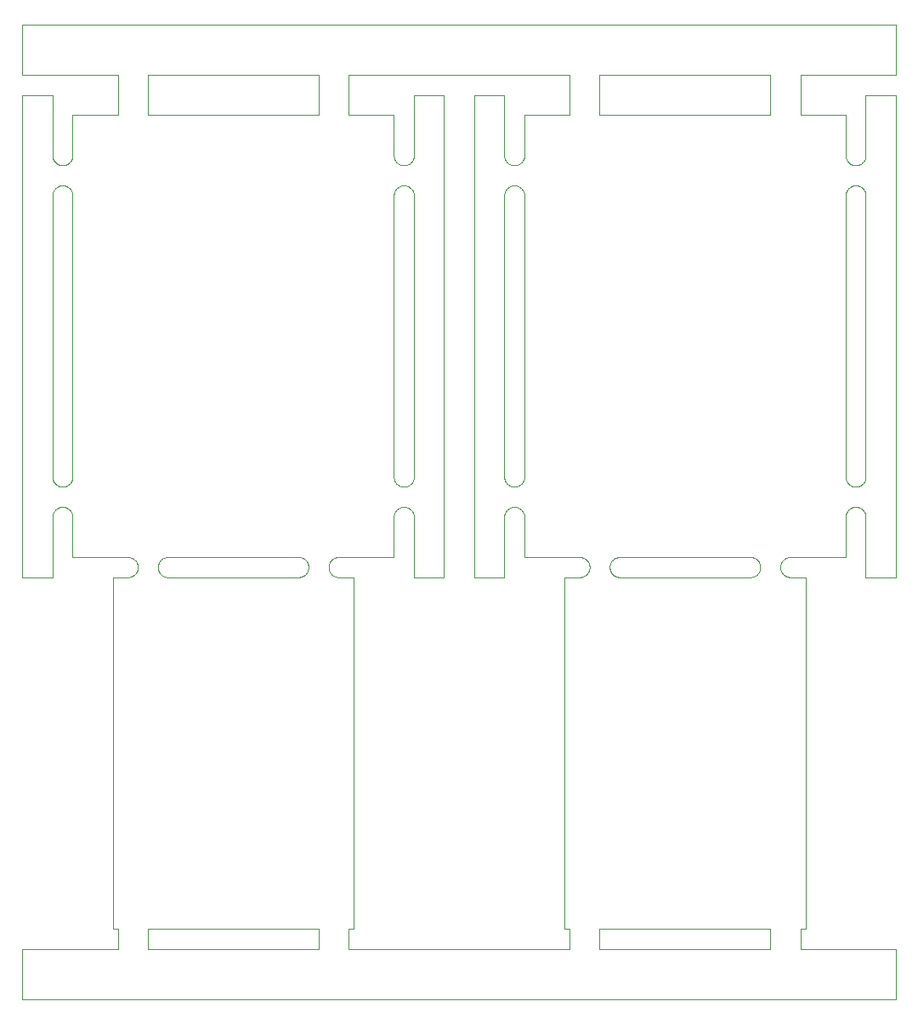
<source format=gbr>
%TF.GenerationSoftware,KiCad,Pcbnew,7.0.8*%
%TF.CreationDate,2024-02-08T03:58:00-08:00*%
%TF.ProjectId,panel,70616e65-6c2e-46b6-9963-61645f706362,rev?*%
%TF.SameCoordinates,Original*%
%TF.FileFunction,Profile,NP*%
%FSLAX46Y46*%
G04 Gerber Fmt 4.6, Leading zero omitted, Abs format (unit mm)*
G04 Created by KiCad (PCBNEW 7.0.8) date 2024-02-08 03:58:00*
%MOMM*%
%LPD*%
G01*
G04 APERTURE LIST*
%TA.AperFunction,Profile*%
%ADD10C,0.100000*%
%TD*%
G04 APERTURE END LIST*
D10*
X187416256Y-36188061D02*
X187457453Y-36159974D01*
X143797132Y-36396195D02*
X143826238Y-36436679D01*
X116142787Y-73233955D02*
X116180172Y-73266948D01*
X109365341Y-36069126D02*
X109411287Y-36088494D01*
X109024930Y-65999689D02*
X108975069Y-65999689D01*
X143797132Y-33603804D02*
X143766044Y-33642787D01*
X180659974Y-74542546D02*
X180633974Y-74500000D01*
X143733051Y-36319827D02*
X143766044Y-36357212D01*
X109988830Y-36850957D02*
X109995030Y-36900432D01*
X135515192Y-74173648D02*
X135507760Y-74124343D01*
X118525072Y-74222520D02*
X118515192Y-74173648D01*
X118718168Y-74623489D02*
X118688061Y-74583743D01*
X154074730Y-33997203D02*
X154024930Y-33999689D01*
X109939692Y-36657979D02*
X109955572Y-36705244D01*
X163502796Y-74074730D02*
X163500310Y-74024930D01*
X183000000Y-75000000D02*
X181500000Y-75000000D01*
X135507760Y-74124343D02*
X135502796Y-74074730D01*
X153875656Y-68007760D02*
X153925269Y-68002796D01*
X105000000Y-27000000D02*
X105000000Y-75000000D01*
X108301763Y-68284133D02*
X108338314Y-68250218D01*
X136066116Y-73099031D02*
X136111565Y-73078523D01*
X133411505Y-73588712D02*
X133430873Y-73634658D01*
X164021746Y-74878221D02*
X163978564Y-74853290D01*
X109698236Y-33715866D02*
X109661685Y-33749781D01*
X154826238Y-65563320D02*
X154797132Y-65603804D01*
X178492239Y-73875656D02*
X178497203Y-73925269D01*
X133063320Y-74826238D02*
X133021435Y-74853290D01*
X153146709Y-68478564D02*
X153173761Y-68436679D01*
X164111565Y-73078523D02*
X164157979Y-73060307D01*
X154024930Y-33999689D02*
X153975069Y-33999689D01*
X154733051Y-65680172D02*
X154698236Y-65715866D01*
X153975069Y-33999689D02*
X153925269Y-33997203D01*
X180552072Y-74318486D02*
X180537375Y-74270840D01*
X136157979Y-74939692D02*
X136111565Y-74921476D01*
X188980172Y-36801853D02*
X188988830Y-36850957D01*
X110000000Y-37000000D02*
X110000000Y-65000000D01*
X162500000Y-29000000D02*
X162500000Y-25000000D01*
X188024930Y-36000310D02*
X188074730Y-36002796D01*
X178484807Y-73826351D02*
X178492239Y-73875656D01*
X181450154Y-73001243D02*
X181500000Y-73000000D01*
X187011169Y-65149042D02*
X187004969Y-65099567D01*
X188124343Y-36007760D02*
X188173648Y-36015192D01*
X153777479Y-65974927D02*
X153729159Y-65962624D01*
X154661685Y-65749781D02*
X154623489Y-65781831D01*
X109826238Y-36436679D02*
X109853290Y-36478564D01*
X161447927Y-74318486D02*
X161430873Y-74365341D01*
X161499689Y-73975069D02*
X161499689Y-74024930D01*
X161063320Y-73173761D02*
X161103804Y-73202867D01*
X108416256Y-65811938D02*
X108376510Y-65781831D01*
X161180172Y-74733051D02*
X161142787Y-74766044D01*
X142634658Y-33930873D02*
X142588712Y-33911505D01*
X108543789Y-33889871D02*
X108500000Y-33866025D01*
X180507760Y-73875656D02*
X180515192Y-73826351D01*
X108301763Y-36284133D02*
X108338314Y-36250218D01*
X153121778Y-68521746D02*
X153146709Y-68478564D01*
X153060307Y-65342020D02*
X153044427Y-65294755D01*
X180569126Y-73634658D02*
X180588494Y-73588712D01*
X118515192Y-73826351D02*
X118525072Y-73777479D01*
X163819827Y-73266948D02*
X163857212Y-73233955D01*
X109826238Y-68436679D02*
X109853290Y-68478564D01*
X153416256Y-36188061D02*
X153457453Y-36159974D01*
X188826238Y-36436679D02*
X188853290Y-36478564D01*
X108266948Y-36319827D02*
X108301763Y-36284133D01*
X178340025Y-74542546D02*
X178311938Y-74583743D01*
X105000000Y-112000000D02*
X105000000Y-117000000D01*
X143623489Y-65781831D02*
X143583743Y-65811938D01*
X118659974Y-73457453D02*
X118688061Y-73416256D01*
X143411287Y-36088494D02*
X143456210Y-36110128D01*
X163659974Y-74542546D02*
X163633974Y-74500000D01*
X142338314Y-65749781D02*
X142301763Y-65715866D01*
X154900968Y-68566116D02*
X154921476Y-68611565D01*
X178063320Y-73173761D02*
X178103804Y-73202867D01*
X108925269Y-36002796D02*
X108975069Y-36000310D01*
X133311938Y-74583743D02*
X133281831Y-74623489D01*
X109222520Y-68025072D02*
X109270840Y-68037375D01*
X188411287Y-36088494D02*
X188456210Y-36110128D01*
X164450154Y-73001243D02*
X164500000Y-73000000D01*
X142001243Y-68950154D02*
X142004969Y-68900432D01*
X109797132Y-65603804D02*
X109766044Y-65642787D01*
X109222520Y-65974927D02*
X109173648Y-65984807D01*
X143500000Y-33866025D02*
X143456210Y-33889871D01*
X154995030Y-33099567D02*
X154988830Y-33149042D01*
X116281831Y-73376510D02*
X116311938Y-73416256D01*
X142030922Y-68753242D02*
X142044427Y-68705244D01*
X142457453Y-33840025D02*
X142416256Y-33811938D01*
X143024930Y-65999689D02*
X142975069Y-65999689D01*
X136111565Y-74921476D02*
X136066116Y-74900968D01*
X109980172Y-65198146D02*
X109969077Y-65246757D01*
X108030922Y-36753242D02*
X108044427Y-36705244D01*
X108011169Y-68850957D02*
X108019827Y-68801853D01*
X187416256Y-65811938D02*
X187376510Y-65781831D01*
X116021435Y-74853290D02*
X115978253Y-74878221D01*
X116366025Y-74500000D02*
X116340025Y-74542546D01*
X109939692Y-65342020D02*
X109921476Y-65388434D01*
X188623489Y-33781831D02*
X188583743Y-33811938D01*
X178142787Y-74766044D02*
X178103804Y-74797132D01*
X142826351Y-36015192D02*
X142875656Y-36007760D01*
X133366025Y-74500000D02*
X133340025Y-74542546D01*
X143074730Y-36002796D02*
X143124343Y-36007760D01*
X187121778Y-65478253D02*
X187099031Y-65433883D01*
X115549845Y-74998756D02*
X115500000Y-75000000D01*
X188222520Y-68025072D02*
X188270840Y-68037375D01*
X109074730Y-33997203D02*
X109024930Y-33999689D01*
X142500000Y-36133974D02*
X142543789Y-36110128D01*
X187681513Y-68052072D02*
X187729159Y-68037375D01*
X179500000Y-29000000D02*
X162500000Y-29000000D01*
X108925269Y-68002796D02*
X108975069Y-68000310D01*
X188988830Y-33149042D02*
X188980172Y-33198146D01*
X108060307Y-33342020D02*
X108044427Y-33294755D01*
X154995030Y-65099567D02*
X154988830Y-65149042D01*
X187588712Y-65911505D02*
X187543789Y-65889871D01*
X188733051Y-33680172D02*
X188698236Y-33715866D01*
X178103804Y-73202867D02*
X178142787Y-73233955D01*
X116389871Y-73543789D02*
X116411505Y-73588712D01*
X143661685Y-36250218D02*
X143698236Y-36284133D01*
X187000000Y-33000000D02*
X187000000Y-29000000D01*
X118819827Y-74733051D02*
X118784133Y-74698236D01*
X153416256Y-68188061D02*
X153457453Y-68159974D01*
X109661685Y-36250218D02*
X109698236Y-36284133D01*
X108099031Y-68566116D02*
X108121778Y-68521746D01*
X188878221Y-36521746D02*
X188900968Y-36566116D01*
X188365341Y-68069126D02*
X188411287Y-68088494D01*
X116499689Y-73975069D02*
X116499689Y-74024930D01*
X161430873Y-74365341D02*
X161411505Y-74411287D01*
X180588494Y-74411287D02*
X180569126Y-74365341D01*
X108681513Y-68052072D02*
X108729159Y-68037375D01*
X188766044Y-33642787D02*
X188733051Y-33680172D01*
X163569126Y-73634658D02*
X163588494Y-73588712D01*
X142826351Y-33984807D02*
X142777479Y-33974927D01*
X135750218Y-73338314D02*
X135784133Y-73301763D01*
X119157979Y-73060307D02*
X119205244Y-73044427D01*
X109939692Y-65342020D02*
X109939692Y-65342020D01*
X160549845Y-74998756D02*
X160500000Y-75000000D01*
X177649042Y-74988830D02*
X177599567Y-74995030D01*
X153078523Y-65388434D02*
X153060307Y-65342020D01*
X133492239Y-73875656D02*
X133497203Y-73925269D01*
X143365341Y-68069126D02*
X143411287Y-68088494D01*
X160500000Y-75000000D02*
X159000000Y-75000000D01*
X118588494Y-74411287D02*
X118569126Y-74365341D01*
X132549845Y-73001243D02*
X132599567Y-73004969D01*
X153338314Y-68250218D02*
X153376510Y-68218168D01*
X116492239Y-74124343D02*
X116484807Y-74173648D01*
X108777479Y-36025072D02*
X108826351Y-36015192D01*
X162500000Y-112000000D02*
X162500000Y-110000000D01*
X118936679Y-74826238D02*
X118896195Y-74797132D01*
X187543789Y-33889871D02*
X187500000Y-33866025D01*
X188900968Y-36566116D02*
X188921476Y-36611565D01*
X187173761Y-33563320D02*
X187146709Y-33521435D01*
X142634658Y-36069126D02*
X142681513Y-36052072D01*
X188698236Y-65715866D02*
X188661685Y-65749781D01*
X178215866Y-73301763D02*
X178249781Y-73338314D01*
X163659974Y-73457453D02*
X163688061Y-73416256D01*
X116311938Y-74583743D02*
X116281831Y-74623489D01*
X135819827Y-74733051D02*
X135784133Y-74698236D01*
X135978564Y-73146709D02*
X136021746Y-73121778D01*
X180659974Y-73457453D02*
X180688061Y-73416256D01*
X188995030Y-68900432D02*
X188998756Y-68950154D01*
X142376510Y-68218168D02*
X142416256Y-68188061D01*
X143826238Y-65563320D02*
X143797132Y-65603804D01*
X109797132Y-68396195D02*
X109826238Y-68436679D01*
X163819827Y-74733051D02*
X163784133Y-74698236D01*
X153266948Y-68319827D02*
X153301763Y-68284133D01*
X178180172Y-73266948D02*
X178215866Y-73301763D01*
X188766044Y-36357212D02*
X188797132Y-36396195D01*
X181205244Y-74955572D02*
X181157979Y-74939692D01*
X118537375Y-74270840D02*
X118525072Y-74222520D01*
X154456210Y-65889871D02*
X154411287Y-65911505D01*
X187925269Y-65997203D02*
X187875656Y-65992239D01*
X154661685Y-36250218D02*
X154698236Y-36284133D01*
X116063320Y-74826238D02*
X116021435Y-74853290D01*
X105000000Y-25000000D02*
X114500000Y-25000000D01*
X132794755Y-74955572D02*
X132746757Y-74969077D01*
X135896195Y-74797132D02*
X135857212Y-74766044D01*
X188878221Y-33478253D02*
X188853290Y-33521435D01*
X178366025Y-74500000D02*
X178340025Y-74542546D01*
X189000000Y-65000000D02*
X188998756Y-65049845D01*
X147000000Y-75000000D02*
X147000000Y-27000000D01*
X135718168Y-73376510D02*
X135750218Y-73338314D01*
X132842020Y-73060307D02*
X132888434Y-73078523D01*
X187457453Y-36159974D02*
X187500000Y-36133974D01*
X163633974Y-73500000D02*
X163659974Y-73457453D01*
X142011169Y-65149042D02*
X142004969Y-65099567D01*
X188318486Y-36052072D02*
X188365341Y-36069126D01*
X142301763Y-68284133D02*
X142338314Y-68250218D01*
X154988830Y-33149042D02*
X154980172Y-33198146D01*
X116497203Y-74074730D02*
X116492239Y-74124343D01*
X143173648Y-33984807D02*
X143124343Y-33992239D01*
X187044427Y-65294755D02*
X187030922Y-65246757D01*
X188969077Y-65246757D02*
X188955572Y-65294755D01*
X155000000Y-33000000D02*
X154998756Y-33049845D01*
X143542546Y-36159974D02*
X143583743Y-36188061D01*
X142099031Y-68566116D02*
X142121778Y-68521746D01*
X109024930Y-33999689D02*
X108975069Y-33999689D01*
X110000000Y-69000000D02*
X110000000Y-73000000D01*
X153925269Y-65997203D02*
X153875656Y-65992239D01*
X109456210Y-33889871D02*
X109411287Y-33911505D01*
X187975069Y-33999689D02*
X187925269Y-33997203D01*
X180552072Y-73681513D02*
X180569126Y-73634658D01*
X154939692Y-36657979D02*
X154955572Y-36705244D01*
X188074730Y-65997203D02*
X188024930Y-65999689D01*
X136301853Y-73019827D02*
X136350957Y-73011169D01*
X142729159Y-65962624D02*
X142681513Y-65947927D01*
X108202867Y-36396195D02*
X108233955Y-36357212D01*
X109661685Y-65749781D02*
X109623489Y-65781831D01*
X188998756Y-33049845D02*
X188995030Y-33099567D01*
X160888434Y-73078523D02*
X160933883Y-73099031D01*
X118552072Y-73681513D02*
X118569126Y-73634658D01*
X142681513Y-65947927D02*
X142634658Y-65930873D01*
X116462624Y-73729159D02*
X116474927Y-73777479D01*
X109222520Y-36025072D02*
X109270840Y-36037375D01*
X143955572Y-65294755D02*
X143939692Y-65342020D01*
X154318486Y-36052072D02*
X154365341Y-36069126D01*
X109921476Y-65388434D02*
X109900968Y-65433883D01*
X142266948Y-68319827D02*
X142301763Y-68284133D01*
X132794755Y-73044427D02*
X132842020Y-73060307D01*
X187875656Y-68007760D02*
X187925269Y-68002796D01*
X187875656Y-36007760D02*
X187925269Y-36002796D01*
X164066116Y-73099031D02*
X164111565Y-73078523D01*
X154988830Y-68850957D02*
X154995030Y-68900432D01*
X178142787Y-73233955D02*
X178180172Y-73266948D01*
X187030922Y-33246757D02*
X187019827Y-33198146D01*
X154980172Y-65198146D02*
X154969077Y-65246757D01*
X154969077Y-68753242D02*
X154980172Y-68801853D01*
X187000000Y-37000000D02*
X187001243Y-36950154D01*
X187001243Y-65049845D02*
X187000000Y-65000000D01*
X154797132Y-33603804D02*
X154766044Y-33642787D01*
X189000000Y-37000000D02*
X189000000Y-65000000D01*
X160978253Y-74878221D02*
X160933883Y-74900968D01*
X187060307Y-36657979D02*
X187060307Y-36657979D01*
X178281831Y-73376510D02*
X178311938Y-73416256D01*
X188797132Y-33603804D02*
X188766044Y-33642787D01*
X188900968Y-65433883D02*
X188878221Y-65478253D01*
X142004969Y-33099567D02*
X142001243Y-33049845D01*
X142001243Y-65049845D02*
X142000000Y-65000000D01*
X187099031Y-33433883D02*
X187078523Y-33388434D01*
X115933883Y-73099031D02*
X115978253Y-73121778D01*
X109500000Y-36133974D02*
X109542546Y-36159974D01*
X154124343Y-65992239D02*
X154074730Y-65997203D01*
X187826351Y-65984807D02*
X187777479Y-65974927D01*
X154921476Y-33388434D02*
X154900968Y-33433883D01*
X188456210Y-65889871D02*
X188411287Y-65911505D01*
X153681513Y-65947927D02*
X153634658Y-65930873D01*
X153681513Y-33947927D02*
X153634658Y-33930873D01*
X108376510Y-65781831D02*
X108338314Y-65749781D01*
X154980172Y-33198146D02*
X154969077Y-33246757D01*
X164205244Y-74955572D02*
X164157979Y-74939692D01*
X116430873Y-73634658D02*
X116447927Y-73681513D01*
X188074730Y-33997203D02*
X188024930Y-33999689D01*
X181205244Y-73044427D02*
X181253242Y-73030922D01*
X142121778Y-36521746D02*
X142146709Y-36478564D01*
X142233955Y-65642787D02*
X142202867Y-65603804D01*
X188173648Y-65984807D02*
X188124343Y-65992239D01*
X153634658Y-33930873D02*
X153588712Y-33911505D01*
X154411287Y-36088494D02*
X154456210Y-36110128D01*
X119500000Y-75000000D02*
X119450154Y-74998756D01*
X137500000Y-25000000D02*
X159500000Y-25000000D01*
X153500000Y-68133974D02*
X153543789Y-68110128D01*
X115599567Y-73004969D02*
X115649042Y-73011169D01*
X109698236Y-36284133D02*
X109733051Y-36319827D01*
X161389871Y-74456210D02*
X161366025Y-74500000D01*
X188853290Y-68478564D02*
X188878221Y-68521746D01*
X164450154Y-74998756D02*
X164400432Y-74995030D01*
X181021746Y-73121778D02*
X181066116Y-73099031D01*
X177746757Y-74969077D02*
X177698146Y-74980172D01*
X118588494Y-73588712D02*
X118610128Y-73543789D01*
X178063320Y-74826238D02*
X178021435Y-74853290D01*
X181301853Y-74980172D02*
X181253242Y-74969077D01*
X108044427Y-65294755D02*
X108030922Y-65246757D01*
X161249781Y-74661685D02*
X161215866Y-74698236D01*
X115978253Y-73121778D02*
X116021435Y-73146709D01*
X154878221Y-36521746D02*
X154900968Y-36566116D01*
X163515192Y-74173648D02*
X163507760Y-74124343D01*
X188124343Y-33992239D02*
X188074730Y-33997203D01*
X177978253Y-74878221D02*
X177933883Y-74900968D01*
X153729159Y-33962624D02*
X153681513Y-33947927D01*
X118978564Y-73146709D02*
X119021746Y-73121778D01*
X142634658Y-65930873D02*
X142588712Y-65911505D01*
X108019827Y-36801853D02*
X108030922Y-36753242D01*
X187975069Y-68000310D02*
X188024930Y-68000310D01*
X116215866Y-74698236D02*
X116180172Y-74733051D01*
X142004969Y-36900432D02*
X142011169Y-36850957D01*
X179500000Y-112000000D02*
X162500000Y-112000000D01*
X187500000Y-33866025D02*
X187457453Y-33840025D01*
X109173648Y-33984807D02*
X109124343Y-33992239D01*
X142019827Y-33198146D02*
X142011169Y-33149042D01*
X116430873Y-74365341D02*
X116411505Y-74411287D01*
X153044427Y-36705244D02*
X153060307Y-36657979D01*
X118502796Y-74074730D02*
X118500310Y-74024930D01*
X108500000Y-33866025D02*
X108457453Y-33840025D01*
X133021435Y-73146709D02*
X133063320Y-73173761D01*
X108173761Y-65563320D02*
X108146709Y-65521435D01*
X159500000Y-29000000D02*
X155000000Y-29000000D01*
X188456210Y-68110128D02*
X188500000Y-68133974D01*
X109921476Y-36611565D02*
X109939692Y-36657979D01*
X108121778Y-33478253D02*
X108099031Y-33433883D01*
X163784133Y-74698236D02*
X163750218Y-74661685D01*
X108266948Y-68319827D02*
X108301763Y-68284133D01*
X109797132Y-36396195D02*
X109826238Y-36436679D01*
X154411287Y-33911505D02*
X154365341Y-33930873D01*
X188411287Y-68088494D02*
X188456210Y-68110128D01*
X119111565Y-74921476D02*
X119066116Y-74900968D01*
X153121778Y-33478253D02*
X153099031Y-33433883D01*
X135936679Y-73173761D02*
X135978564Y-73146709D01*
X142202867Y-68396195D02*
X142233955Y-68357212D01*
X108001243Y-65049845D02*
X108000000Y-65000000D01*
X187019827Y-68801853D02*
X187030922Y-68753242D01*
X108543789Y-68110128D02*
X108588712Y-68088494D01*
X142729159Y-36037375D02*
X142777479Y-36025072D01*
X163537375Y-73729159D02*
X163552072Y-73681513D01*
X153000000Y-69000000D02*
X153001243Y-68950154D01*
X187001243Y-36950154D02*
X187004969Y-36900432D01*
X135857212Y-73233955D02*
X135896195Y-73202867D01*
X109900968Y-68566116D02*
X109921476Y-68611565D01*
X163507760Y-74124343D02*
X163502796Y-74074730D01*
X188270840Y-33962624D02*
X188222520Y-33974927D01*
X108543789Y-36110128D02*
X108588712Y-36088494D01*
X188024930Y-68000310D02*
X188074730Y-68002796D01*
X154878221Y-33478253D02*
X154853290Y-33521435D01*
X153078523Y-33388434D02*
X153060307Y-33342020D01*
X109270840Y-36037375D02*
X109318486Y-36052072D01*
X142925269Y-36002796D02*
X142975069Y-36000310D01*
X187233955Y-68357212D02*
X187266948Y-68319827D01*
X133389871Y-74456210D02*
X133366025Y-74500000D01*
X154124343Y-68007760D02*
X154173648Y-68015192D01*
X135515192Y-73826351D02*
X135525072Y-73777479D01*
X161180172Y-73266948D02*
X161215866Y-73301763D01*
X177888434Y-74921476D02*
X177842020Y-74939692D01*
X187338314Y-65749781D02*
X187301763Y-65715866D01*
X144000000Y-75000000D02*
X147000000Y-75000000D01*
X143318486Y-68052072D02*
X143365341Y-68069126D01*
X134500000Y-112000000D02*
X117500000Y-112000000D01*
X142004969Y-65099567D02*
X142001243Y-65049845D01*
X143222520Y-68025072D02*
X143270840Y-68037375D01*
X109766044Y-68357212D02*
X109797132Y-68396195D01*
X181500000Y-75000000D02*
X181450154Y-74998756D01*
X105000000Y-20000000D02*
X105000000Y-25000000D01*
X187011169Y-36850957D02*
X187019827Y-36801853D01*
X188998756Y-36950154D02*
X189000000Y-37000000D01*
X153588712Y-65911505D02*
X153543789Y-65889871D01*
X154074730Y-68002796D02*
X154124343Y-68007760D01*
X181066116Y-74900968D02*
X181021746Y-74878221D01*
X177842020Y-74939692D02*
X177794755Y-74955572D01*
X178499689Y-73975069D02*
X178499689Y-74024930D01*
X108011169Y-65149042D02*
X108004969Y-65099567D01*
X119450154Y-73001243D02*
X119500000Y-73000000D01*
X178281831Y-74623489D02*
X178249781Y-74661685D01*
X188698236Y-68284133D02*
X188733051Y-68319827D01*
X154698236Y-68284133D02*
X154733051Y-68319827D01*
X143542546Y-65840025D02*
X143500000Y-65866025D01*
X142457453Y-36159974D02*
X142500000Y-36133974D01*
X160794755Y-73044427D02*
X160842020Y-73060307D01*
X108416256Y-36188061D02*
X108457453Y-36159974D01*
X109733051Y-68319827D02*
X109766044Y-68357212D01*
X154365341Y-33930873D02*
X154318486Y-33947927D01*
X159500000Y-110000000D02*
X159500000Y-112000000D01*
X160842020Y-73060307D02*
X160888434Y-73078523D01*
X109318486Y-65947927D02*
X109270840Y-65962624D01*
X161474927Y-74222520D02*
X161462624Y-74270840D01*
X138000000Y-75000000D02*
X136500000Y-75000000D01*
X188173648Y-36015192D02*
X188222520Y-36025072D01*
X109124343Y-33992239D02*
X109074730Y-33997203D01*
X142416256Y-33811938D02*
X142376510Y-33781831D01*
X153030922Y-36753242D02*
X153044427Y-36705244D01*
X180537375Y-73729159D02*
X180552072Y-73681513D01*
X116484807Y-74173648D02*
X116474927Y-74222520D01*
X108044427Y-36705244D02*
X108060307Y-36657979D01*
X142060307Y-65342020D02*
X142044427Y-65294755D01*
X142975069Y-65999689D02*
X142925269Y-65997203D01*
X118718168Y-73376510D02*
X118750218Y-73338314D01*
X109969077Y-36753242D02*
X109980172Y-36801853D01*
X133389871Y-73543789D02*
X133411505Y-73588712D01*
X116215866Y-73301763D02*
X116249781Y-73338314D01*
X108060307Y-65342020D02*
X108044427Y-65294755D01*
X133474927Y-74222520D02*
X133462624Y-74270840D01*
X188500000Y-65866025D02*
X188456210Y-65889871D01*
X109921476Y-68611565D02*
X109939692Y-68657979D01*
X192000000Y-75000000D02*
X192000000Y-27000000D01*
X154939692Y-65342020D02*
X154921476Y-65388434D01*
X180718168Y-73376510D02*
X180750218Y-73338314D01*
X135633974Y-73500000D02*
X135659974Y-73457453D01*
X108500000Y-68133974D02*
X108543789Y-68110128D01*
X109222520Y-33974927D02*
X109173648Y-33984807D01*
X108875656Y-36007760D02*
X108925269Y-36002796D01*
X142826351Y-65984807D02*
X142777479Y-65974927D01*
X188853290Y-33521435D02*
X188826238Y-33563320D01*
X119111565Y-73078523D02*
X119157979Y-73060307D01*
X143921476Y-68611565D02*
X143939692Y-68657979D01*
X119205244Y-73044427D02*
X119253242Y-73030922D01*
X187030922Y-36753242D02*
X187044427Y-36705244D01*
X188988830Y-36850957D02*
X188995030Y-36900432D01*
X154969077Y-36753242D02*
X154980172Y-36801853D01*
X180633974Y-74500000D02*
X180610128Y-74456210D01*
X137500000Y-112000000D02*
X137500000Y-110000000D01*
X180502796Y-74074730D02*
X180500310Y-74024930D01*
X153777479Y-33974927D02*
X153729159Y-33962624D01*
X177794755Y-74955572D02*
X177746757Y-74969077D01*
X109955572Y-68705244D02*
X109969077Y-68753242D01*
X142044427Y-68705244D02*
X142060307Y-68657979D01*
X118857212Y-74766044D02*
X118819827Y-74733051D01*
X154797132Y-36396195D02*
X154826238Y-36436679D01*
X154411287Y-68088494D02*
X154456210Y-68110128D01*
X154542546Y-68159974D02*
X154583743Y-68188061D01*
X118633974Y-73500000D02*
X118659974Y-73457453D01*
X118633974Y-74500000D02*
X118610128Y-74456210D01*
X179500000Y-112000000D02*
X179500000Y-112000000D01*
X181253242Y-74969077D02*
X181205244Y-74955572D01*
X109318486Y-68052072D02*
X109365341Y-68069126D01*
X188939692Y-68657979D02*
X188955572Y-68705244D01*
X188542546Y-68159974D02*
X188583743Y-68188061D01*
X143995030Y-65099567D02*
X143988830Y-65149042D01*
X188939692Y-33342020D02*
X188921476Y-33388434D01*
X160978253Y-73121778D02*
X161021435Y-73146709D01*
X135552072Y-73681513D02*
X135569126Y-73634658D01*
X109074730Y-65997203D02*
X109024930Y-65999689D01*
X187001243Y-33049845D02*
X187000000Y-33000000D01*
X187634658Y-68069126D02*
X187681513Y-68052072D01*
X153011169Y-36850957D02*
X153019827Y-36801853D01*
X142099031Y-33433883D02*
X142078523Y-33388434D01*
X188661685Y-68250218D02*
X188698236Y-68284133D01*
X143853290Y-36478564D02*
X143878221Y-36521746D01*
X187588712Y-68088494D02*
X187634658Y-68069126D01*
X143988830Y-36850957D02*
X143995030Y-36900432D01*
X135537375Y-73729159D02*
X135552072Y-73681513D01*
X187416256Y-33811938D02*
X187376510Y-33781831D01*
X109698236Y-65715866D02*
X109661685Y-65749781D01*
X142078523Y-65388434D02*
X142060307Y-65342020D01*
X153376510Y-68218168D02*
X153416256Y-68188061D01*
X153777479Y-68025072D02*
X153826351Y-68015192D01*
X143969077Y-36753242D02*
X143980172Y-36801853D01*
X188270840Y-36037375D02*
X188318486Y-36052072D01*
X132599567Y-73004969D02*
X132649042Y-73011169D01*
X177978253Y-73121778D02*
X178021435Y-73146709D01*
X153030922Y-65246757D02*
X153019827Y-65198146D01*
X187875656Y-33992239D02*
X187826351Y-33984807D01*
X187543789Y-36110128D02*
X187588712Y-36088494D01*
X135978564Y-74853290D02*
X135936679Y-74826238D01*
X188939692Y-36657979D02*
X188955572Y-36705244D01*
X179500000Y-110000000D02*
X179500000Y-112000000D01*
X187777479Y-68025072D02*
X187826351Y-68015192D01*
X153044427Y-68705244D02*
X153060307Y-68657979D01*
X187019827Y-36801853D02*
X187030922Y-36753242D01*
X177746757Y-73030922D02*
X177794755Y-73044427D01*
X187001243Y-68950154D02*
X187004969Y-68900432D01*
X142266948Y-33680172D02*
X142233955Y-33642787D01*
X116411505Y-74411287D02*
X116389871Y-74456210D01*
X153000000Y-65000000D02*
X153000000Y-37000000D01*
X109173648Y-36015192D02*
X109222520Y-36025072D01*
X160599567Y-74995030D02*
X160549845Y-74998756D01*
X118537375Y-73729159D02*
X118552072Y-73681513D01*
X188995030Y-65099567D02*
X188988830Y-65149042D01*
X187729159Y-33962624D02*
X187681513Y-33947927D01*
X108729159Y-65962624D02*
X108681513Y-65947927D01*
X143661685Y-33749781D02*
X143623489Y-33781831D01*
X187457453Y-65840025D02*
X187416256Y-65811938D01*
X188878221Y-65478253D02*
X188853290Y-65521435D01*
X142044427Y-36705244D02*
X142060307Y-36657979D01*
X108011169Y-33149042D02*
X108004969Y-33099567D01*
X135718168Y-74623489D02*
X135688061Y-74583743D01*
X108019827Y-65198146D02*
X108011169Y-65149042D01*
X143969077Y-68753242D02*
X143980172Y-68801853D01*
X143074730Y-33997203D02*
X143024930Y-33999689D01*
X178180172Y-74733051D02*
X178142787Y-74766044D01*
X143500000Y-65866025D02*
X143456210Y-65889871D01*
X187173761Y-68436679D02*
X187202867Y-68396195D01*
X187634658Y-36069126D02*
X187681513Y-36052072D01*
X132933883Y-73099031D02*
X132978253Y-73121778D01*
X161249781Y-73338314D02*
X161281831Y-73376510D01*
X142376510Y-65781831D02*
X142338314Y-65749781D01*
X142173761Y-33563320D02*
X142146709Y-33521435D01*
X118525072Y-73777479D02*
X118537375Y-73729159D01*
X154074730Y-36002796D02*
X154124343Y-36007760D01*
X109955572Y-65294755D02*
X109939692Y-65342020D01*
X118750218Y-73338314D02*
X118784133Y-73301763D01*
X135502796Y-74074730D02*
X135500310Y-74024930D01*
X153146709Y-65521435D02*
X153121778Y-65478253D01*
X187233955Y-65642787D02*
X187202867Y-65603804D01*
X119021746Y-74878221D02*
X118978564Y-74853290D01*
X154988830Y-65149042D02*
X154980172Y-65198146D01*
X187925269Y-36002796D02*
X187975069Y-36000310D01*
X164253242Y-73030922D02*
X164301853Y-73019827D01*
X154921476Y-65388434D02*
X154900968Y-65433883D01*
X108044427Y-33294755D02*
X108030922Y-33246757D01*
X187019827Y-33198146D02*
X187011169Y-33149042D01*
X109661685Y-68250218D02*
X109698236Y-68284133D01*
X188733051Y-65680172D02*
X188698236Y-65715866D01*
X154270840Y-36037375D02*
X154318486Y-36052072D01*
X153416256Y-65811938D02*
X153376510Y-65781831D01*
X154698236Y-36284133D02*
X154733051Y-36319827D01*
X154583743Y-33811938D02*
X154542546Y-33840025D01*
X154456210Y-33889871D02*
X154411287Y-33911505D01*
X143980172Y-65198146D02*
X143969077Y-65246757D01*
X143900968Y-68566116D02*
X143921476Y-68611565D01*
X143456210Y-68110128D02*
X143500000Y-68133974D01*
X108634658Y-68069126D02*
X108681513Y-68052072D01*
X118857212Y-73233955D02*
X118896195Y-73202867D01*
X118569126Y-74365341D02*
X118552072Y-74318486D01*
X180784133Y-73301763D02*
X180819827Y-73266948D01*
X108338314Y-36250218D02*
X108376510Y-36218168D01*
X188661685Y-36250218D02*
X188698236Y-36284133D01*
X109365341Y-33930873D02*
X109318486Y-33947927D01*
X180750218Y-73338314D02*
X180784133Y-73301763D01*
X161497203Y-74074730D02*
X161492239Y-74124343D01*
X161021435Y-73146709D02*
X161063320Y-73173761D01*
X135896195Y-73202867D02*
X135936679Y-73173761D01*
X164253242Y-74969077D02*
X164205244Y-74955572D01*
X118500310Y-74024930D02*
X118500310Y-73975069D01*
X177599567Y-74995030D02*
X177549845Y-74998756D01*
X115649042Y-74988830D02*
X115599567Y-74995030D01*
X109853290Y-65521435D02*
X109826238Y-65563320D01*
X118819827Y-73266948D02*
X118857212Y-73233955D01*
X154826238Y-36436679D02*
X154853290Y-36478564D01*
X115842020Y-74939692D02*
X115794755Y-74955572D01*
X154270840Y-33962624D02*
X154222520Y-33974927D01*
X143797132Y-68396195D02*
X143826238Y-68436679D01*
X187004969Y-68900432D02*
X187011169Y-68850957D01*
X115500000Y-73000000D02*
X115549845Y-73001243D01*
X178497203Y-74074730D02*
X178492239Y-74124343D01*
X109365341Y-65930873D02*
X109318486Y-65947927D01*
X142202867Y-65603804D02*
X142173761Y-65563320D01*
X115933883Y-74900968D02*
X115888434Y-74921476D01*
X143853290Y-33521435D02*
X143826238Y-33563320D01*
X187004969Y-36900432D02*
X187011169Y-36850957D01*
X153301763Y-65715866D02*
X153266948Y-65680172D01*
X188583743Y-33811938D02*
X188542546Y-33840025D01*
X180750218Y-74661685D02*
X180718168Y-74623489D01*
X108338314Y-68250218D02*
X108376510Y-68218168D01*
X136066116Y-74900968D02*
X136021746Y-74878221D01*
X154733051Y-33680172D02*
X154698236Y-33715866D01*
X115842020Y-73060307D02*
X115888434Y-73078523D01*
X136205244Y-73044427D02*
X136253242Y-73030922D01*
X178499689Y-74024930D02*
X178497203Y-74074730D01*
X116249781Y-73338314D02*
X116281831Y-73376510D01*
X154173648Y-68015192D02*
X154222520Y-68025072D01*
X180819827Y-74733051D02*
X180784133Y-74698236D01*
X114500000Y-110000000D02*
X114500000Y-112000000D01*
X118659974Y-74542546D02*
X118633974Y-74500000D01*
X110000000Y-65000000D02*
X109998756Y-65049845D01*
X154698236Y-33715866D02*
X154661685Y-33749781D01*
X118500310Y-73975069D02*
X118502796Y-73925269D01*
X135525072Y-73777479D02*
X135537375Y-73729159D01*
X153004969Y-33099567D02*
X153001243Y-33049845D01*
X154124343Y-33992239D02*
X154074730Y-33997203D01*
X187000000Y-69000000D02*
X187001243Y-68950154D01*
X119205244Y-74955572D02*
X119157979Y-74939692D01*
X154900968Y-36566116D02*
X154921476Y-36611565D01*
X177842020Y-73060307D02*
X177842020Y-73060307D01*
X108875656Y-68007760D02*
X108925269Y-68002796D01*
X180688061Y-73416256D02*
X180718168Y-73376510D01*
X153975069Y-36000310D02*
X154024930Y-36000310D01*
X108060307Y-36657979D02*
X108078523Y-36611565D01*
X187634658Y-33930873D02*
X187588712Y-33911505D01*
X153338314Y-36250218D02*
X153376510Y-36218168D01*
X188222520Y-36025072D02*
X188270840Y-36037375D01*
X153078523Y-68611565D02*
X153099031Y-68566116D01*
X154024930Y-68000310D02*
X154074730Y-68002796D01*
X187777479Y-65974927D02*
X187729159Y-65962624D01*
X143661685Y-68250218D02*
X143698236Y-68284133D01*
X142975069Y-68000310D02*
X143024930Y-68000310D01*
X108202867Y-68396195D02*
X108233955Y-68357212D01*
X180500310Y-74024930D02*
X180500310Y-73975069D01*
X133447927Y-73681513D02*
X133462624Y-73729159D01*
X108634658Y-36069126D02*
X108681513Y-36052072D01*
X154623489Y-33781831D02*
X154583743Y-33811938D01*
X154955572Y-36705244D02*
X154969077Y-36753242D01*
X132698146Y-73019827D02*
X132746757Y-73030922D01*
X187146709Y-33521435D02*
X187121778Y-33478253D01*
X108925269Y-65997203D02*
X108875656Y-65992239D01*
X153173761Y-33563320D02*
X153146709Y-33521435D01*
X154074730Y-65997203D02*
X154024930Y-65999689D01*
X142681513Y-68052072D02*
X142729159Y-68037375D01*
X144000000Y-27000000D02*
X144000000Y-33000000D01*
X133497203Y-73925269D02*
X133499689Y-73975069D01*
X109826238Y-33563320D02*
X109797132Y-33603804D01*
X178447927Y-74318486D02*
X178430873Y-74365341D01*
X164350957Y-74988830D02*
X164301853Y-74980172D01*
X187099031Y-36566116D02*
X187121778Y-36521746D01*
X135588494Y-73588712D02*
X135610128Y-73543789D01*
X187099031Y-68566116D02*
X187121778Y-68521746D01*
X132649042Y-73011169D02*
X132698146Y-73019827D01*
X161103804Y-74797132D02*
X161063320Y-74826238D01*
X189000000Y-27000000D02*
X189000000Y-33000000D01*
X163610128Y-74456210D02*
X163588494Y-74411287D01*
X154542546Y-36159974D02*
X154583743Y-36188061D01*
X187060307Y-65342020D02*
X187044427Y-65294755D01*
X180978564Y-73146709D02*
X181021746Y-73121778D01*
X187338314Y-33749781D02*
X187301763Y-33715866D01*
X143939692Y-68657979D02*
X143955572Y-68705244D01*
X108457453Y-68159974D02*
X108500000Y-68133974D01*
X143365341Y-65930873D02*
X143318486Y-65947927D01*
X143318486Y-65947927D02*
X143270840Y-65962624D01*
X153266948Y-36319827D02*
X153301763Y-36284133D01*
X178311938Y-73416256D02*
X178340025Y-73457453D01*
X163688061Y-74583743D02*
X163659974Y-74542546D01*
X163718168Y-74623489D02*
X163688061Y-74583743D01*
X188797132Y-36396195D02*
X188826238Y-36436679D01*
X187301763Y-65715866D02*
X187266948Y-65680172D01*
X132649042Y-74988830D02*
X132599567Y-74995030D01*
X142146709Y-65521435D02*
X142121778Y-65478253D01*
X136111565Y-73078523D02*
X136157979Y-73060307D01*
X154955572Y-65294755D02*
X154939692Y-65342020D01*
X178021435Y-74853290D02*
X177978253Y-74878221D01*
X180784133Y-74698236D02*
X180750218Y-74661685D01*
X105000000Y-75000000D02*
X108000000Y-75000000D01*
X153588712Y-36088494D02*
X153634658Y-36069126D01*
X188826238Y-65563320D02*
X188797132Y-65603804D01*
X143542546Y-33840025D02*
X143500000Y-33866025D01*
X179500000Y-25000000D02*
X179500000Y-25000000D01*
X178249781Y-74661685D02*
X178215866Y-74698236D01*
X136301853Y-74980172D02*
X136253242Y-74969077D01*
X143583743Y-36188061D02*
X143623489Y-36218168D01*
X187146709Y-65521435D02*
X187121778Y-65478253D01*
X187681513Y-36052072D02*
X187729159Y-36037375D01*
X187030922Y-68753242D02*
X187044427Y-68705244D01*
X109878221Y-33478253D02*
X109853290Y-33521435D01*
X163588494Y-73588712D02*
X163610128Y-73543789D01*
X188698236Y-36284133D02*
X188733051Y-36319827D01*
X108233955Y-36357212D02*
X108266948Y-36319827D01*
X187925269Y-68002796D02*
X187975069Y-68000310D01*
X178389871Y-74456210D02*
X178366025Y-74500000D01*
X143542546Y-68159974D02*
X143583743Y-68188061D01*
X109995030Y-68900432D02*
X109998756Y-68950154D01*
X153000000Y-75000000D02*
X153000000Y-69000000D01*
X161474927Y-73777479D02*
X161484807Y-73826351D01*
X142001243Y-33049845D02*
X142000000Y-33000000D01*
X187301763Y-36284133D02*
X187338314Y-36250218D01*
X142000000Y-29000000D02*
X137500000Y-29000000D01*
X132933883Y-74900968D02*
X132888434Y-74921476D01*
X159500000Y-25000000D02*
X159500000Y-25000000D01*
X187500000Y-68133974D02*
X187543789Y-68110128D01*
X119021746Y-73121778D02*
X119066116Y-73099031D01*
X188797132Y-65603804D02*
X188766044Y-65642787D01*
X115888434Y-73078523D02*
X115933883Y-73099031D01*
X143500000Y-36133974D02*
X143542546Y-36159974D01*
X108078523Y-36611565D02*
X108099031Y-36566116D01*
X180502796Y-73925269D02*
X180507760Y-73875656D01*
X177698146Y-73019827D02*
X177746757Y-73030922D01*
X180500310Y-73975069D02*
X180502796Y-73925269D01*
X108301763Y-33715866D02*
X108266948Y-33680172D01*
X178474927Y-73777479D02*
X178484807Y-73826351D01*
X154124343Y-36007760D02*
X154173648Y-36015192D01*
X142060307Y-36657979D02*
X142078523Y-36611565D01*
X160842020Y-74939692D02*
X160794755Y-74955572D01*
X143623489Y-33781831D02*
X143583743Y-33811938D01*
X154542546Y-33840025D02*
X154500000Y-33866025D01*
X161142787Y-74766044D02*
X161103804Y-74797132D01*
X153500000Y-33866025D02*
X153457453Y-33840025D01*
X143853290Y-68478564D02*
X143878221Y-68521746D01*
X153416256Y-33811938D02*
X153376510Y-33781831D01*
X163857212Y-74766044D02*
X163819827Y-74733051D01*
X118936679Y-73173761D02*
X118978564Y-73146709D01*
X161462624Y-73729159D02*
X161474927Y-73777479D01*
X154365341Y-36069126D02*
X154411287Y-36088494D01*
X143980172Y-33198146D02*
X143969077Y-33246757D01*
X142000000Y-65000000D02*
X142000000Y-37000000D01*
X108729159Y-68037375D02*
X108777479Y-68025072D01*
X108099031Y-36566116D02*
X108121778Y-36521746D01*
X160599567Y-73004969D02*
X160649042Y-73011169D01*
X154222520Y-68025072D02*
X154270840Y-68037375D01*
X142202867Y-33603804D02*
X142173761Y-33563320D01*
X109939692Y-68657979D02*
X109955572Y-68705244D01*
X109988830Y-65149042D02*
X109980172Y-65198146D01*
X109500000Y-65866025D02*
X109456210Y-65889871D01*
X188024930Y-33999689D02*
X187975069Y-33999689D01*
X135569126Y-73634658D02*
X135588494Y-73588712D01*
X142044427Y-65294755D02*
X142030922Y-65246757D01*
X109270840Y-65962624D02*
X109222520Y-65974927D01*
X108975069Y-33999689D02*
X108925269Y-33997203D01*
X142030922Y-65246757D02*
X142019827Y-65198146D01*
X147000000Y-27000000D02*
X144000000Y-27000000D01*
X109074730Y-36002796D02*
X109124343Y-36007760D01*
X115698146Y-74980172D02*
X115649042Y-74988830D01*
X143988830Y-65149042D02*
X143980172Y-65198146D01*
X161499689Y-74024930D02*
X161497203Y-74074730D01*
X142875656Y-33992239D02*
X142826351Y-33984807D01*
X135537375Y-74270840D02*
X135525072Y-74222520D01*
X133281831Y-74623489D02*
X133249781Y-74661685D01*
X153060307Y-68657979D02*
X153078523Y-68611565D01*
X133430873Y-73634658D02*
X133447927Y-73681513D01*
X164350957Y-73011169D02*
X164400432Y-73004969D01*
X188024930Y-65999689D02*
X187975069Y-65999689D01*
X187266948Y-36319827D02*
X187301763Y-36284133D01*
X188074730Y-68002796D02*
X188124343Y-68007760D01*
X163718168Y-73376510D02*
X163750218Y-73338314D01*
X154969077Y-33246757D02*
X154955572Y-33294755D01*
X187121778Y-36521746D02*
X187146709Y-36478564D01*
X135659974Y-74542546D02*
X135633974Y-74500000D01*
X137500000Y-29000000D02*
X137500000Y-25000000D01*
X108681513Y-33947927D02*
X108634658Y-33930873D01*
X188853290Y-65521435D02*
X188826238Y-65563320D01*
X109955572Y-36705244D02*
X109969077Y-36753242D01*
X109766044Y-65642787D02*
X109733051Y-65680172D01*
X153019827Y-65198146D02*
X153011169Y-65149042D01*
X143698236Y-68284133D02*
X143733051Y-68319827D01*
X108173761Y-68436679D02*
X108202867Y-68396195D01*
X108060307Y-68657979D02*
X108078523Y-68611565D01*
X109797132Y-33603804D02*
X109766044Y-33642787D01*
X153338314Y-33749781D02*
X153301763Y-33715866D01*
X109998756Y-36950154D02*
X110000000Y-37000000D01*
X188583743Y-36188061D02*
X188623489Y-36218168D01*
X188826238Y-68436679D02*
X188853290Y-68478564D01*
X136450154Y-74998756D02*
X136400432Y-74995030D01*
X132698146Y-74980172D02*
X132649042Y-74988830D01*
X114500000Y-29000000D02*
X110000000Y-29000000D01*
X161492239Y-73875656D02*
X161497203Y-73925269D01*
X143797132Y-65603804D02*
X143766044Y-65642787D01*
X163515192Y-73826351D02*
X163525072Y-73777479D01*
X154024930Y-65999689D02*
X153975069Y-65999689D01*
X153376510Y-65781831D02*
X153338314Y-65749781D01*
X150000000Y-27000000D02*
X150000000Y-75000000D01*
X142146709Y-36478564D02*
X142173761Y-36436679D01*
X108099031Y-33433883D02*
X108078523Y-33388434D01*
X108777479Y-65974927D02*
X108729159Y-65962624D01*
X154766044Y-68357212D02*
X154797132Y-68396195D01*
X108457453Y-36159974D02*
X108500000Y-36133974D01*
X142078523Y-36611565D02*
X142099031Y-36566116D01*
X153202867Y-36396195D02*
X153233955Y-36357212D01*
X119066116Y-74900968D02*
X119021746Y-74878221D01*
X114500000Y-25000000D02*
X114500000Y-29000000D01*
X143988830Y-33149042D02*
X143980172Y-33198146D01*
X109878221Y-68521746D02*
X109900968Y-68566116D01*
X143024930Y-36000310D02*
X143074730Y-36002796D01*
X160698146Y-74980172D02*
X160649042Y-74988830D01*
X153875656Y-33992239D02*
X153826351Y-33984807D01*
X136500000Y-75000000D02*
X136450154Y-74998756D01*
X108000000Y-33000000D02*
X108000000Y-27000000D01*
X108146709Y-68478564D02*
X108173761Y-68436679D01*
X118896195Y-74797132D02*
X118857212Y-74766044D01*
X109698236Y-68284133D02*
X109733051Y-68319827D01*
X108266948Y-33680172D02*
X108233955Y-33642787D01*
X188988830Y-65149042D02*
X188980172Y-65198146D01*
X187826351Y-68015192D02*
X187875656Y-68007760D01*
X114500000Y-112000000D02*
X105000000Y-112000000D01*
X118978564Y-74853290D02*
X118936679Y-74826238D01*
X142301763Y-36284133D02*
X142338314Y-36250218D01*
X163525072Y-73777479D02*
X163537375Y-73729159D01*
X109411287Y-65911505D02*
X109365341Y-65930873D01*
X177888434Y-73078523D02*
X177933883Y-73099031D01*
X143173648Y-65984807D02*
X143124343Y-65992239D01*
X153875656Y-36007760D02*
X153925269Y-36002796D01*
X108826351Y-33984807D02*
X108777479Y-33974927D01*
X109411287Y-36088494D02*
X109456210Y-36110128D01*
X178411505Y-73588712D02*
X178430873Y-73634658D01*
X143074730Y-68002796D02*
X143124343Y-68007760D01*
X189000000Y-75000000D02*
X192000000Y-75000000D01*
X187004969Y-33099567D02*
X187001243Y-33049845D01*
X188270840Y-68037375D02*
X188318486Y-68052072D01*
X153457453Y-65840025D02*
X153416256Y-65811938D01*
X188969077Y-68753242D02*
X188980172Y-68801853D01*
X142500000Y-68133974D02*
X142543789Y-68110128D01*
X163500310Y-73975069D02*
X163502796Y-73925269D01*
X135784133Y-74698236D02*
X135750218Y-74661685D01*
X188623489Y-65781831D02*
X188583743Y-65811938D01*
X150000000Y-75000000D02*
X153000000Y-75000000D01*
X142202867Y-36396195D02*
X142233955Y-36357212D01*
X188698236Y-33715866D02*
X188661685Y-33749781D01*
X180525072Y-74222520D02*
X180515192Y-74173648D01*
X187078523Y-68611565D02*
X187099031Y-68566116D01*
X187729159Y-65962624D02*
X187681513Y-65947927D01*
X115746757Y-74969077D02*
X115698146Y-74980172D01*
X133499689Y-73975069D02*
X133499689Y-74024930D01*
X142019827Y-36801853D02*
X142030922Y-36753242D01*
X119450154Y-74998756D02*
X119400432Y-74995030D01*
X144000000Y-65000000D02*
X143998756Y-65049845D01*
X180978564Y-74853290D02*
X180936679Y-74826238D01*
X161311938Y-74583743D02*
X161281831Y-74623489D01*
X153826351Y-68015192D02*
X153875656Y-68007760D01*
X142000000Y-37000000D02*
X142001243Y-36950154D01*
X118784133Y-73301763D02*
X118819827Y-73266948D01*
X143900968Y-36566116D02*
X143921476Y-36611565D01*
X142588712Y-65911505D02*
X142543789Y-65889871D01*
X177599567Y-73004969D02*
X177649042Y-73011169D01*
X153826351Y-33984807D02*
X153777479Y-33974927D01*
X178484807Y-74173648D02*
X178474927Y-74222520D01*
X160746757Y-73030922D02*
X160794755Y-73044427D01*
X143921476Y-36611565D02*
X143939692Y-36657979D01*
X160794755Y-74955572D02*
X160746757Y-74969077D01*
X154318486Y-68052072D02*
X154365341Y-68069126D01*
X143074730Y-65997203D02*
X143024930Y-65999689D01*
X142338314Y-68250218D02*
X142376510Y-68218168D01*
X178366025Y-73500000D02*
X178389871Y-73543789D01*
X187376510Y-65781831D02*
X187338314Y-65749781D01*
X142338314Y-33749781D02*
X142301763Y-33715866D01*
X192000000Y-25000000D02*
X192000000Y-20000000D01*
X153500000Y-65866025D02*
X153457453Y-65840025D01*
X109024930Y-68000310D02*
X109074730Y-68002796D01*
X132978253Y-73121778D02*
X133021435Y-73146709D01*
X136400432Y-73004969D02*
X136450154Y-73001243D01*
X188980172Y-65198146D02*
X188969077Y-65246757D01*
X118507760Y-73875656D02*
X118515192Y-73826351D01*
X142078523Y-33388434D02*
X142060307Y-33342020D01*
X153301763Y-68284133D02*
X153338314Y-68250218D01*
X108416256Y-68188061D02*
X108457453Y-68159974D01*
X164205244Y-73044427D02*
X164253242Y-73030922D01*
X153266948Y-33680172D02*
X153233955Y-33642787D01*
X153457453Y-33840025D02*
X153416256Y-33811938D01*
X178311938Y-74583743D02*
X178281831Y-74623489D01*
X153202867Y-68396195D02*
X153233955Y-68357212D01*
X109124343Y-68007760D02*
X109173648Y-68015192D01*
X142875656Y-65992239D02*
X142826351Y-65984807D01*
X108588712Y-68088494D02*
X108634658Y-68069126D01*
X143766044Y-36357212D02*
X143797132Y-36396195D01*
X154980172Y-68801853D02*
X154988830Y-68850957D01*
X160649042Y-73011169D02*
X160698146Y-73019827D01*
X108233955Y-65642787D02*
X108202867Y-65603804D01*
X187011169Y-33149042D02*
X187004969Y-33099567D01*
X142543789Y-65889871D02*
X142500000Y-65866025D01*
X161215866Y-73301763D02*
X161249781Y-73338314D01*
X108004969Y-33099567D02*
X108001243Y-33049845D01*
X133103804Y-74797132D02*
X133063320Y-74826238D01*
X163688061Y-73416256D02*
X163718168Y-73376510D01*
X180507760Y-74124343D02*
X180502796Y-74074730D01*
X109766044Y-36357212D02*
X109797132Y-36396195D01*
X109318486Y-33947927D02*
X109270840Y-33962624D01*
X154583743Y-68188061D02*
X154623489Y-68218168D01*
X117500000Y-25000000D02*
X134500000Y-25000000D01*
X187681513Y-33947927D02*
X187634658Y-33930873D01*
X143826238Y-68436679D02*
X143853290Y-68478564D01*
X108416256Y-33811938D02*
X108376510Y-33781831D01*
X108099031Y-65433883D02*
X108078523Y-65388434D01*
X188766044Y-68357212D02*
X188797132Y-68396195D01*
X109173648Y-65984807D02*
X109124343Y-65992239D01*
X187173761Y-36436679D02*
X187202867Y-36396195D01*
X134500000Y-110000000D02*
X134500000Y-110000000D01*
X163500310Y-74024930D02*
X163500310Y-73975069D01*
X115549845Y-73001243D02*
X115599567Y-73004969D01*
X188661685Y-33749781D02*
X188623489Y-33781831D01*
X136350957Y-74988830D02*
X136301853Y-74980172D01*
X162500000Y-25000000D02*
X179500000Y-25000000D01*
X135784133Y-73301763D02*
X135819827Y-73266948D01*
X154988830Y-36850957D02*
X154995030Y-36900432D01*
X187202867Y-65603804D02*
X187173761Y-65563320D01*
X182500000Y-25000000D02*
X192000000Y-25000000D01*
X135502796Y-73925269D02*
X135507760Y-73875656D01*
X187266948Y-65680172D02*
X187233955Y-65642787D01*
X110000000Y-29000000D02*
X110000000Y-33000000D01*
X109456210Y-36110128D02*
X109500000Y-36133974D01*
X163633974Y-74500000D02*
X163610128Y-74456210D01*
X109583743Y-36188061D02*
X109623489Y-36218168D01*
X142001243Y-36950154D02*
X142004969Y-36900432D01*
X187543789Y-68110128D02*
X187588712Y-68088494D01*
X109542546Y-68159974D02*
X109583743Y-68188061D01*
X187826351Y-36015192D02*
X187875656Y-36007760D01*
X142011169Y-36850957D02*
X142019827Y-36801853D01*
X187338314Y-36250218D02*
X187376510Y-36218168D01*
X143222520Y-33974927D02*
X143173648Y-33984807D01*
X135525072Y-74222520D02*
X135515192Y-74173648D01*
X116180172Y-74733051D02*
X116142787Y-74766044D01*
X192000000Y-20000000D02*
X192000000Y-20000000D01*
X187060307Y-68657979D02*
X187078523Y-68611565D01*
X143998756Y-36950154D02*
X144000000Y-37000000D01*
X135750218Y-74661685D02*
X135718168Y-74623489D01*
X108634658Y-33930873D02*
X108588712Y-33911505D01*
X153826351Y-65984807D02*
X153777479Y-65974927D01*
X109500000Y-33866025D02*
X109456210Y-33889871D01*
X108173761Y-36436679D02*
X108202867Y-36396195D01*
X188980172Y-33198146D02*
X188969077Y-33246757D01*
X108004969Y-65099567D02*
X108001243Y-65049845D01*
X118896195Y-73202867D02*
X118936679Y-73173761D01*
X153011169Y-33149042D02*
X153004969Y-33099567D01*
X164157979Y-73060307D02*
X164205244Y-73044427D01*
X188995030Y-33099567D02*
X188988830Y-33149042D01*
X142925269Y-68002796D02*
X142975069Y-68000310D01*
X108146709Y-36478564D02*
X108173761Y-36436679D01*
X188583743Y-65811938D02*
X188542546Y-65840025D01*
X153078523Y-36611565D02*
X153099031Y-36566116D01*
X142588712Y-68088494D02*
X142634658Y-68069126D01*
X132599567Y-74995030D02*
X132549845Y-74998756D01*
X109853290Y-68478564D02*
X109878221Y-68521746D01*
X109733051Y-36319827D02*
X109766044Y-36357212D01*
X109365341Y-68069126D02*
X109411287Y-68088494D01*
X192000000Y-117000000D02*
X192000000Y-112000000D01*
X134500000Y-110000000D02*
X134500000Y-112000000D01*
X154698236Y-65715866D02*
X154661685Y-65749781D01*
X154766044Y-33642787D02*
X154733051Y-33680172D01*
X143853290Y-65521435D02*
X143826238Y-65563320D01*
X188583743Y-68188061D02*
X188623489Y-68218168D01*
X180633974Y-73500000D02*
X180659974Y-73457453D01*
X142044427Y-33294755D02*
X142030922Y-33246757D01*
X116340025Y-74542546D02*
X116311938Y-74583743D01*
X142777479Y-65974927D02*
X142729159Y-65962624D01*
X132842020Y-74939692D02*
X132794755Y-74955572D01*
X143411287Y-65911505D02*
X143365341Y-65930873D01*
X142975069Y-33999689D02*
X142925269Y-33997203D01*
X180718168Y-74623489D02*
X180688061Y-74583743D01*
X108030922Y-68753242D02*
X108044427Y-68705244D01*
X142729159Y-68037375D02*
X142777479Y-68025072D01*
X109270840Y-33962624D02*
X109222520Y-33974927D01*
X187000000Y-29000000D02*
X182500000Y-29000000D01*
X116366025Y-73500000D02*
X116389871Y-73543789D01*
X115746757Y-73030922D02*
X115794755Y-73044427D01*
X187078523Y-65388434D02*
X187060307Y-65342020D01*
X153233955Y-33642787D02*
X153202867Y-33603804D01*
X118569126Y-73634658D02*
X118588494Y-73588712D01*
X108634658Y-65930873D02*
X108588712Y-65911505D01*
X109583743Y-65811938D02*
X109542546Y-65840025D01*
X132978253Y-74878221D02*
X132933883Y-74900968D01*
X154173648Y-33984807D02*
X154124343Y-33992239D01*
X142777479Y-33974927D02*
X142729159Y-33962624D01*
X135507760Y-73875656D02*
X135515192Y-73826351D01*
X180819827Y-73266948D02*
X180857212Y-73233955D01*
X142301763Y-65715866D02*
X142266948Y-65680172D01*
X153099031Y-65433883D02*
X153078523Y-65388434D01*
X154733051Y-68319827D02*
X154766044Y-68357212D01*
X187044427Y-36705244D02*
X187060307Y-36657979D01*
X116063320Y-73173761D02*
X116103804Y-73202867D01*
X160888434Y-74921476D02*
X160842020Y-74939692D01*
X116474927Y-73777479D02*
X116484807Y-73826351D01*
X109878221Y-36521746D02*
X109900968Y-36566116D01*
X118784133Y-74698236D02*
X118750218Y-74661685D01*
X187146709Y-36478564D02*
X187173761Y-36436679D01*
X153376510Y-33781831D02*
X153338314Y-33749781D01*
X109988830Y-68850957D02*
X109995030Y-68900432D01*
X153729159Y-68037375D02*
X153777479Y-68025072D01*
X116103804Y-74797132D02*
X116063320Y-74826238D01*
X143698236Y-65715866D02*
X143661685Y-65749781D01*
X109623489Y-68218168D02*
X109661685Y-68250218D01*
X163525072Y-74222520D02*
X163515192Y-74173648D01*
X108233955Y-33642787D02*
X108202867Y-33603804D01*
X118610128Y-73543789D02*
X118633974Y-73500000D01*
X164157979Y-74939692D02*
X164111565Y-74921476D01*
X142011169Y-33149042D02*
X142004969Y-33099567D01*
X118502796Y-73925269D02*
X118507760Y-73875656D01*
X133281831Y-73376510D02*
X133311938Y-73416256D01*
X108826351Y-68015192D02*
X108875656Y-68007760D01*
X143270840Y-68037375D02*
X143318486Y-68052072D01*
X136021746Y-74878221D02*
X135978564Y-74853290D01*
X153729159Y-65962624D02*
X153681513Y-65947927D01*
X118507760Y-74124343D02*
X118502796Y-74074730D01*
X109980172Y-36801853D02*
X109988830Y-36850957D01*
X187078523Y-33388434D02*
X187060307Y-33342020D01*
X161430873Y-73634658D02*
X161447927Y-73681513D01*
X109826238Y-65563320D02*
X109797132Y-65603804D01*
X180896195Y-74797132D02*
X180857212Y-74766044D01*
X153376510Y-36218168D02*
X153416256Y-36188061D01*
X188998756Y-65049845D02*
X188995030Y-65099567D01*
X114000000Y-110000000D02*
X114500000Y-110000000D01*
X133462624Y-73729159D02*
X133474927Y-73777479D01*
X188733051Y-36319827D02*
X188766044Y-36357212D01*
X188173648Y-68015192D02*
X188222520Y-68025072D01*
X138000000Y-110000000D02*
X138000000Y-75000000D01*
X153588712Y-68088494D02*
X153634658Y-68069126D01*
X109900968Y-36566116D02*
X109921476Y-36611565D01*
X178021435Y-73146709D02*
X178063320Y-73173761D01*
X187078523Y-36611565D02*
X187099031Y-36566116D01*
X182500000Y-29000000D02*
X182500000Y-25000000D01*
X143939692Y-65342020D02*
X143921476Y-65388434D01*
X188955572Y-33294755D02*
X188939692Y-33342020D01*
X154623489Y-65781831D02*
X154583743Y-65811938D01*
X142000000Y-33000000D02*
X142000000Y-29000000D01*
X116311938Y-73416256D02*
X116340025Y-73457453D01*
X154318486Y-33947927D02*
X154270840Y-33962624D01*
X187457453Y-33840025D02*
X187416256Y-33811938D01*
X143766044Y-68357212D02*
X143797132Y-68396195D01*
X143222520Y-36025072D02*
X143270840Y-36037375D01*
X118688061Y-73416256D02*
X118718168Y-73376510D01*
X153233955Y-36357212D02*
X153266948Y-36319827D01*
X154826238Y-33563320D02*
X154797132Y-33603804D01*
X116281831Y-74623489D02*
X116249781Y-74661685D01*
X153338314Y-65749781D02*
X153301763Y-65715866D01*
X160698146Y-73019827D02*
X160746757Y-73030922D01*
X133180172Y-74733051D02*
X133142787Y-74766044D01*
X153301763Y-33715866D02*
X153266948Y-33680172D01*
X108078523Y-33388434D02*
X108060307Y-33342020D01*
X109955572Y-33294755D02*
X109939692Y-33342020D01*
X109969077Y-33246757D02*
X109955572Y-33294755D01*
X105000000Y-117000000D02*
X192000000Y-117000000D01*
X153060307Y-33342020D02*
X153044427Y-33294755D01*
X115794755Y-74955572D02*
X115746757Y-74969077D01*
X109583743Y-68188061D02*
X109623489Y-68218168D01*
X136205244Y-74955572D02*
X136157979Y-74939692D01*
X119400432Y-73004969D02*
X119450154Y-73001243D01*
X161311938Y-73416256D02*
X161340025Y-73457453D01*
X154998756Y-33049845D02*
X154995030Y-33099567D01*
X143826238Y-33563320D02*
X143797132Y-33603804D01*
X153146709Y-33521435D02*
X153121778Y-33478253D01*
X109995030Y-36900432D02*
X109998756Y-36950154D01*
X109623489Y-36218168D02*
X109661685Y-36250218D01*
X153826351Y-36015192D02*
X153875656Y-36007760D01*
X177794755Y-73044427D02*
X177842020Y-73060307D01*
X142416256Y-36188061D02*
X142457453Y-36159974D01*
X188623489Y-68218168D02*
X188661685Y-68250218D01*
X142681513Y-36052072D02*
X142729159Y-36037375D01*
X154766044Y-65642787D02*
X154733051Y-65680172D01*
X143623489Y-68218168D02*
X143661685Y-68250218D01*
X154222520Y-65974927D02*
X154173648Y-65984807D01*
X108019827Y-68801853D02*
X108030922Y-68753242D01*
X154173648Y-65984807D02*
X154124343Y-65992239D01*
X154955572Y-33294755D02*
X154939692Y-33342020D01*
X132549845Y-74998756D02*
X132500000Y-75000000D01*
X109878221Y-65478253D02*
X109853290Y-65521435D01*
X178430873Y-74365341D02*
X178411505Y-74411287D01*
X116249781Y-74661685D02*
X116215866Y-74698236D01*
X143318486Y-36052072D02*
X143365341Y-36069126D01*
X181253242Y-73030922D02*
X181301853Y-73019827D01*
X188124343Y-68007760D02*
X188173648Y-68015192D01*
X142121778Y-33478253D02*
X142099031Y-33433883D01*
X118688061Y-74583743D02*
X118659974Y-74542546D01*
X116142787Y-74766044D02*
X116103804Y-74797132D01*
X181111565Y-73078523D02*
X181157979Y-73060307D01*
X142975069Y-36000310D02*
X143024930Y-36000310D01*
X142060307Y-68657979D02*
X142078523Y-68611565D01*
X143698236Y-33715866D02*
X143661685Y-33749781D01*
X180936679Y-73173761D02*
X180978564Y-73146709D01*
X109583743Y-33811938D02*
X109542546Y-33840025D01*
X188969077Y-33246757D02*
X188955572Y-33294755D01*
X153121778Y-65478253D02*
X153099031Y-65433883D01*
X188542546Y-33840025D02*
X188500000Y-33866025D01*
X108202867Y-65603804D02*
X108173761Y-65563320D01*
X143995030Y-68900432D02*
X143998756Y-68950154D01*
X108173761Y-33563320D02*
X108146709Y-33521435D01*
X108000000Y-69000000D02*
X108001243Y-68950154D01*
X163784133Y-73301763D02*
X163819827Y-73266948D01*
X142019827Y-68801853D02*
X142030922Y-68753242D01*
X154955572Y-68705244D02*
X154969077Y-68753242D01*
X187044427Y-33294755D02*
X187030922Y-33246757D01*
X161063320Y-74826238D02*
X161021435Y-74853290D01*
X188995030Y-36900432D02*
X188998756Y-36950154D01*
X133215866Y-73301763D02*
X133249781Y-73338314D01*
X154733051Y-36319827D02*
X154766044Y-36357212D01*
X154623489Y-68218168D02*
X154661685Y-68250218D01*
X134500000Y-25000000D02*
X134500000Y-25000000D01*
X108001243Y-33049845D02*
X108000000Y-33000000D01*
X153925269Y-36002796D02*
X153975069Y-36000310D01*
X181400432Y-73004969D02*
X181450154Y-73001243D01*
X135588494Y-74411287D02*
X135569126Y-74365341D01*
X143024930Y-33999689D02*
X142975069Y-33999689D01*
X160549845Y-73001243D02*
X160599567Y-73004969D01*
X163502796Y-73925269D02*
X163507760Y-73875656D01*
X153044427Y-65294755D02*
X153030922Y-65246757D01*
X109980172Y-33198146D02*
X109969077Y-33246757D01*
X154500000Y-36133974D02*
X154542546Y-36159974D01*
X109318486Y-36052072D02*
X109365341Y-36069126D01*
X133366025Y-73500000D02*
X133389871Y-73543789D01*
X153233955Y-65642787D02*
X153202867Y-65603804D01*
X109995030Y-33099567D02*
X109988830Y-33149042D01*
X133021435Y-74853290D02*
X132978253Y-74878221D01*
X142099031Y-65433883D02*
X142078523Y-65388434D01*
X135500310Y-73975069D02*
X135502796Y-73925269D01*
X109766044Y-33642787D02*
X109733051Y-33680172D01*
X108001243Y-36950154D02*
X108004969Y-36900432D01*
X164021746Y-73121778D02*
X164066116Y-73099031D01*
X182500000Y-110000000D02*
X183000000Y-110000000D01*
X187925269Y-33997203D02*
X187875656Y-33992239D01*
X142588712Y-36088494D02*
X142634658Y-36069126D01*
X153457453Y-36159974D02*
X153500000Y-36133974D01*
X133462624Y-74270840D02*
X133447927Y-74318486D01*
X154998756Y-68950154D02*
X155000000Y-69000000D01*
X143661685Y-65749781D02*
X143623489Y-65781831D01*
X143024930Y-68000310D02*
X143074730Y-68002796D01*
X133484807Y-73826351D02*
X133492239Y-73875656D01*
X135633974Y-74500000D02*
X135610128Y-74456210D01*
X178103804Y-74797132D02*
X178063320Y-74826238D01*
X188500000Y-36133974D02*
X188542546Y-36159974D01*
X119253242Y-73030922D02*
X119301853Y-73019827D01*
X187202867Y-33603804D02*
X187173761Y-33563320D01*
X188456210Y-33889871D02*
X188411287Y-33911505D01*
X142301763Y-33715866D02*
X142266948Y-33680172D01*
X187875656Y-65992239D02*
X187826351Y-65984807D01*
X142030922Y-36753242D02*
X142044427Y-36705244D01*
X108146709Y-65521435D02*
X108121778Y-65478253D01*
X108826351Y-36015192D02*
X108875656Y-36007760D01*
X153173761Y-36436679D02*
X153202867Y-36396195D01*
X135610128Y-74456210D02*
X135588494Y-74411287D01*
X153777479Y-36025072D02*
X153826351Y-36015192D01*
X180525072Y-73777479D02*
X180537375Y-73729159D01*
X163507760Y-73875656D02*
X163515192Y-73826351D01*
X142011169Y-68850957D02*
X142019827Y-68801853D01*
X108681513Y-65947927D02*
X108634658Y-65930873D01*
X188318486Y-68052072D02*
X188365341Y-68069126D01*
X161497203Y-73925269D02*
X161499689Y-73975069D01*
X154365341Y-65930873D02*
X154318486Y-65947927D01*
X163569126Y-74365341D02*
X163552072Y-74318486D01*
X188173648Y-33984807D02*
X188124343Y-33992239D01*
X143980172Y-36801853D02*
X143988830Y-36850957D01*
X153173761Y-68436679D02*
X153202867Y-68396195D01*
X109733051Y-65680172D02*
X109698236Y-65715866D01*
X142146709Y-33521435D02*
X142121778Y-33478253D01*
X108338314Y-65749781D02*
X108301763Y-65715866D01*
X160933883Y-73099031D02*
X160978253Y-73121778D01*
X135688061Y-73416256D02*
X135718168Y-73376510D01*
X177500000Y-73000000D02*
X177549845Y-73001243D01*
X155000000Y-29000000D02*
X155000000Y-33000000D01*
X154998756Y-65049845D02*
X154995030Y-65099567D01*
X187729159Y-36037375D02*
X187777479Y-36025072D01*
X187000000Y-73000000D02*
X187000000Y-69000000D01*
X177549845Y-74998756D02*
X177500000Y-75000000D01*
X188456210Y-36110128D02*
X188500000Y-36133974D01*
X116021435Y-73146709D02*
X116063320Y-73173761D01*
X153019827Y-36801853D02*
X153030922Y-36753242D01*
X118610128Y-74456210D02*
X118588494Y-74411287D01*
X143766044Y-33642787D02*
X143733051Y-33680172D01*
X188955572Y-68705244D02*
X188969077Y-68753242D01*
X109024930Y-36000310D02*
X109074730Y-36002796D01*
X143955572Y-68705244D02*
X143969077Y-68753242D01*
X154921476Y-68611565D02*
X154939692Y-68657979D01*
X187338314Y-68250218D02*
X187376510Y-68218168D01*
X143900968Y-33433883D02*
X143878221Y-33478253D01*
X142416256Y-65811938D02*
X142376510Y-65781831D01*
X135552072Y-74318486D02*
X135537375Y-74270840D01*
X143969077Y-33246757D02*
X143955572Y-33294755D01*
X188955572Y-65294755D02*
X188939692Y-65342020D01*
X187233955Y-36357212D02*
X187266948Y-36319827D01*
X181157979Y-73060307D02*
X181205244Y-73044427D01*
X153925269Y-68002796D02*
X153975069Y-68000310D01*
X161215866Y-74698236D02*
X161180172Y-74733051D01*
X109998756Y-65049845D02*
X109995030Y-65099567D01*
X142173761Y-36436679D02*
X142202867Y-36396195D01*
X160649042Y-74988830D02*
X160599567Y-74995030D01*
X187729159Y-68037375D02*
X187777479Y-68025072D01*
X142376510Y-36218168D02*
X142416256Y-36188061D01*
X109542546Y-36159974D02*
X109583743Y-36188061D01*
X143583743Y-33811938D02*
X143542546Y-33840025D01*
X163750218Y-73338314D02*
X163784133Y-73301763D01*
X188766044Y-65642787D02*
X188733051Y-65680172D01*
X142146709Y-68478564D02*
X142173761Y-68436679D01*
X109623489Y-65781831D02*
X109583743Y-65811938D01*
X119157979Y-74939692D02*
X119111565Y-74921476D01*
X142634658Y-68069126D02*
X142681513Y-68052072D01*
X154826238Y-68436679D02*
X154853290Y-68478564D01*
X187121778Y-68521746D02*
X187146709Y-68478564D01*
X108146709Y-33521435D02*
X108121778Y-33478253D01*
X183000000Y-110000000D02*
X183000000Y-75000000D01*
X178474927Y-74222520D02*
X178462624Y-74270840D01*
X178215866Y-74698236D02*
X178180172Y-74733051D01*
X143878221Y-36521746D02*
X143900968Y-36566116D01*
X143969077Y-65246757D02*
X143955572Y-65294755D01*
X108826351Y-65984807D02*
X108777479Y-65974927D01*
X164066116Y-74900968D02*
X164021746Y-74878221D01*
X187681513Y-65947927D02*
X187634658Y-65930873D01*
X136350957Y-73011169D02*
X136400432Y-73004969D01*
X153001243Y-33049845D02*
X153000000Y-33000000D01*
X134500000Y-25000000D02*
X134500000Y-29000000D01*
X187416256Y-68188061D02*
X187457453Y-68159974D01*
X115698146Y-73019827D02*
X115746757Y-73030922D01*
X115649042Y-73011169D02*
X115698146Y-73019827D01*
X108000000Y-37000000D02*
X108001243Y-36950154D01*
X154661685Y-33749781D02*
X154623489Y-33781831D01*
X154661685Y-68250218D02*
X154698236Y-68284133D01*
X153681513Y-36052072D02*
X153729159Y-36037375D01*
X187376510Y-36218168D02*
X187416256Y-36188061D01*
X142729159Y-33962624D02*
X142681513Y-33947927D01*
X118552072Y-74318486D02*
X118537375Y-74270840D01*
X181400432Y-74995030D02*
X181350957Y-74988830D01*
X132746757Y-73030922D02*
X132794755Y-73044427D01*
X161462624Y-74270840D02*
X161447927Y-74318486D01*
X164301853Y-74980172D02*
X164253242Y-74969077D01*
X177649042Y-73011169D02*
X177698146Y-73019827D01*
X116484807Y-73826351D02*
X116492239Y-73875656D01*
X159500000Y-25000000D02*
X159500000Y-29000000D01*
X116389871Y-74456210D02*
X116366025Y-74500000D01*
X108457453Y-33840025D02*
X108416256Y-33811938D01*
X143988830Y-68850957D02*
X143995030Y-68900432D01*
X163610128Y-73543789D02*
X163633974Y-73500000D01*
X163552072Y-74318486D02*
X163537375Y-74270840D01*
X154222520Y-33974927D02*
X154173648Y-33984807D01*
X117500000Y-110000000D02*
X134500000Y-110000000D01*
X109500000Y-68133974D02*
X109542546Y-68159974D01*
X153634658Y-65930873D02*
X153588712Y-65911505D01*
X108681513Y-36052072D02*
X108729159Y-36037375D01*
X133180172Y-73266948D02*
X133215866Y-73301763D01*
X109998756Y-33049845D02*
X109995030Y-33099567D01*
X108975069Y-36000310D02*
X109024930Y-36000310D01*
X109995030Y-65099567D02*
X109988830Y-65149042D01*
X154500000Y-65866025D02*
X154456210Y-65889871D01*
X153301763Y-36284133D02*
X153338314Y-36250218D01*
X137500000Y-110000000D02*
X138000000Y-110000000D01*
X132746757Y-74969077D02*
X132698146Y-74980172D01*
X153543789Y-65889871D02*
X153500000Y-65866025D01*
X161340025Y-74542546D02*
X161311938Y-74583743D01*
X142019827Y-65198146D02*
X142011169Y-65149042D01*
X153011169Y-68850957D02*
X153019827Y-68801853D01*
X142060307Y-36657979D02*
X142060307Y-36657979D01*
X187500000Y-36133974D02*
X187543789Y-36110128D01*
X108376510Y-36218168D02*
X108416256Y-36188061D01*
X154583743Y-36188061D02*
X154623489Y-36218168D01*
X187975069Y-65999689D02*
X187925269Y-65997203D01*
X143124343Y-65992239D02*
X143074730Y-65997203D01*
X109456210Y-65889871D02*
X109411287Y-65911505D01*
X154500000Y-68133974D02*
X154542546Y-68159974D01*
X154853290Y-68478564D02*
X154878221Y-68521746D01*
X142457453Y-65840025D02*
X142416256Y-65811938D01*
X116411505Y-73588712D02*
X116430873Y-73634658D01*
X108011169Y-36850957D02*
X108019827Y-36801853D01*
X153729159Y-36037375D02*
X153777479Y-36025072D01*
X132888434Y-74921476D02*
X132842020Y-74939692D01*
X163588494Y-74411287D02*
X163569126Y-74365341D01*
X188500000Y-68133974D02*
X188542546Y-68159974D01*
X108000000Y-65000000D02*
X108000000Y-37000000D01*
X143583743Y-68188061D02*
X143623489Y-68218168D01*
X154318486Y-65947927D02*
X154270840Y-65962624D01*
X153202867Y-33603804D02*
X153173761Y-33563320D01*
X108500000Y-65866025D02*
X108457453Y-65840025D01*
X180896195Y-73202867D02*
X180936679Y-73173761D01*
X143583743Y-65811938D02*
X143542546Y-65840025D01*
X187266948Y-33680172D02*
X187233955Y-33642787D01*
X142233955Y-33642787D02*
X142202867Y-33603804D01*
X116474927Y-74222520D02*
X116462624Y-74270840D01*
X164500000Y-75000000D02*
X164450154Y-74998756D01*
X133311938Y-73416256D02*
X133340025Y-73457453D01*
X142121778Y-68521746D02*
X142146709Y-68478564D01*
X143939692Y-36657979D02*
X143955572Y-36705244D01*
X143365341Y-36069126D02*
X143411287Y-36088494D01*
X153173761Y-65563320D02*
X153146709Y-65521435D01*
X154456210Y-68110128D02*
X154500000Y-68133974D01*
X143921476Y-33388434D02*
X143900968Y-33433883D01*
X188900968Y-33433883D02*
X188878221Y-33478253D01*
X109733051Y-33680172D02*
X109698236Y-33715866D01*
X143500000Y-68133974D02*
X143542546Y-68159974D01*
X154853290Y-36478564D02*
X154878221Y-36521746D01*
X115888434Y-74921476D02*
X115842020Y-74939692D01*
X161103804Y-73202867D02*
X161142787Y-73233955D01*
X109969077Y-68753242D02*
X109980172Y-68801853D01*
X143955572Y-33294755D02*
X143939692Y-33342020D01*
X177549845Y-73001243D02*
X177599567Y-73004969D01*
X187060307Y-36657979D02*
X187078523Y-36611565D01*
X153543789Y-36110128D02*
X153588712Y-36088494D01*
X154500000Y-33866025D02*
X154456210Y-33889871D01*
X142925269Y-65997203D02*
X142875656Y-65992239D01*
X162500000Y-110000000D02*
X179500000Y-110000000D01*
X177842020Y-73060307D02*
X177888434Y-73078523D01*
X188623489Y-36218168D02*
X188661685Y-36250218D01*
X109661685Y-33749781D02*
X109623489Y-33781831D01*
X180857212Y-74766044D02*
X180819827Y-74733051D01*
X115794755Y-73044427D02*
X115842020Y-73060307D01*
X154797132Y-68396195D02*
X154826238Y-68436679D01*
X144000000Y-33000000D02*
X143998756Y-33049845D01*
X133103804Y-73202867D02*
X133142787Y-73233955D01*
X187634658Y-65930873D02*
X187588712Y-65911505D01*
X161411505Y-73588712D02*
X161430873Y-73634658D01*
X142266948Y-36319827D02*
X142301763Y-36284133D01*
X178249781Y-73338314D02*
X178281831Y-73376510D01*
X116497203Y-73925269D02*
X116499689Y-73975069D01*
X188921476Y-68611565D02*
X188939692Y-68657979D01*
X142004969Y-68900432D02*
X142011169Y-68850957D01*
X116180172Y-73266948D02*
X116215866Y-73301763D01*
X153000000Y-33000000D02*
X153000000Y-27000000D01*
X136500000Y-73000000D02*
X142000000Y-73000000D01*
X108875656Y-33992239D02*
X108826351Y-33984807D01*
X108301763Y-65715866D02*
X108266948Y-65680172D01*
X179500000Y-25000000D02*
X179500000Y-29000000D01*
X154411287Y-65911505D02*
X154365341Y-65930873D01*
X143733051Y-65680172D02*
X143698236Y-65715866D01*
X116447927Y-74318486D02*
X116430873Y-74365341D01*
X143733051Y-33680172D02*
X143698236Y-33715866D01*
X153011169Y-65149042D02*
X153004969Y-65099567D01*
X108729159Y-33962624D02*
X108681513Y-33947927D01*
X160746757Y-74969077D02*
X160698146Y-74980172D01*
X153030922Y-68753242D02*
X153044427Y-68705244D01*
X187457453Y-68159974D02*
X187500000Y-68133974D01*
X187004969Y-65099567D02*
X187001243Y-65049845D01*
X143318486Y-33947927D02*
X143270840Y-33962624D01*
X116447927Y-73681513D02*
X116462624Y-73729159D01*
X187588712Y-36088494D02*
X187634658Y-36069126D01*
X153457453Y-68159974D02*
X153500000Y-68133974D01*
X143456210Y-33889871D02*
X143411287Y-33911505D01*
X143623489Y-36218168D02*
X143661685Y-36250218D01*
X142173761Y-65563320D02*
X142146709Y-65521435D01*
X154456210Y-36110128D02*
X154500000Y-36133974D01*
X143173648Y-36015192D02*
X143222520Y-36025072D01*
X161340025Y-73457453D02*
X161366025Y-73500000D01*
X153001243Y-65049845D02*
X153000000Y-65000000D01*
X108078523Y-65388434D02*
X108060307Y-65342020D01*
X108457453Y-65840025D02*
X108416256Y-65811938D01*
X108543789Y-65889871D02*
X108500000Y-65866025D01*
X187777479Y-33974927D02*
X187729159Y-33962624D01*
X187202867Y-68396195D02*
X187233955Y-68357212D01*
X133063320Y-73173761D02*
X133103804Y-73202867D01*
X153099031Y-33433883D02*
X153078523Y-33388434D01*
X108729159Y-36037375D02*
X108777479Y-36025072D01*
X160500000Y-73000000D02*
X160549845Y-73001243D01*
X109456210Y-68110128D02*
X109500000Y-68133974D01*
X109542546Y-33840025D02*
X109500000Y-33866025D01*
X155000000Y-65000000D02*
X154998756Y-65049845D01*
X177698146Y-74980172D02*
X177649042Y-74988830D01*
X143411287Y-33911505D02*
X143365341Y-33930873D01*
X181111565Y-74921476D02*
X181066116Y-74900968D01*
X155000000Y-69000000D02*
X155000000Y-73000000D01*
X143998756Y-68950154D02*
X144000000Y-69000000D01*
X188411287Y-33911505D02*
X188365341Y-33930873D01*
X142060307Y-33342020D02*
X142044427Y-33294755D01*
X143124343Y-33992239D02*
X143074730Y-33997203D01*
X161484807Y-73826351D02*
X161492239Y-73875656D01*
X161484807Y-74173648D02*
X161474927Y-74222520D01*
X134500000Y-29000000D02*
X117500000Y-29000000D01*
X187000000Y-65000000D02*
X187000000Y-37000000D01*
X143995030Y-36900432D02*
X143998756Y-36950154D01*
X108078523Y-68611565D02*
X108099031Y-68566116D01*
X188365341Y-65930873D02*
X188318486Y-65947927D01*
X180588494Y-73588712D02*
X180610128Y-73543789D01*
X108975069Y-65999689D02*
X108925269Y-65997203D01*
X142173761Y-68436679D02*
X142202867Y-68396195D01*
X143995030Y-33099567D02*
X143988830Y-33149042D01*
X133340025Y-74542546D02*
X133311938Y-74583743D01*
X143270840Y-33962624D02*
X143222520Y-33974927D01*
X109969077Y-65246757D02*
X109955572Y-65294755D01*
X188980172Y-68801853D02*
X188988830Y-68850957D01*
X154878221Y-68521746D02*
X154900968Y-68566116D01*
X108044427Y-68705244D02*
X108060307Y-68657979D01*
X135936679Y-74826238D02*
X135896195Y-74797132D01*
X109124343Y-36007760D02*
X109173648Y-36015192D01*
X119301853Y-73019827D02*
X119350957Y-73011169D01*
X143939692Y-33342020D02*
X143921476Y-33388434D01*
X110000000Y-33000000D02*
X109998756Y-33049845D01*
X109988830Y-33149042D02*
X109980172Y-33198146D01*
X181066116Y-73099031D02*
X181111565Y-73078523D01*
X161366025Y-74500000D02*
X161340025Y-74542546D01*
X108000000Y-75000000D02*
X108000000Y-69000000D01*
X119253242Y-74969077D02*
X119205244Y-74955572D01*
X188853290Y-36478564D02*
X188878221Y-36521746D01*
X161021435Y-74853290D02*
X160978253Y-74878221D01*
X119500000Y-73000000D02*
X132500000Y-73000000D01*
X187826351Y-33984807D02*
X187777479Y-33974927D01*
X116499689Y-74024930D02*
X116497203Y-74074730D01*
X154921476Y-36611565D02*
X154939692Y-36657979D01*
X188733051Y-68319827D02*
X188766044Y-68357212D01*
X143222520Y-65974927D02*
X143173648Y-65984807D01*
X135610128Y-73543789D02*
X135633974Y-73500000D01*
X187301763Y-68284133D02*
X187338314Y-68250218D01*
X135857212Y-74766044D02*
X135819827Y-74733051D01*
X153000000Y-27000000D02*
X150000000Y-27000000D01*
X119301853Y-74980172D02*
X119253242Y-74969077D01*
X109074730Y-68002796D02*
X109124343Y-68007760D01*
X143124343Y-36007760D02*
X143173648Y-36015192D01*
X143955572Y-36705244D02*
X143969077Y-36753242D01*
X142233955Y-36357212D02*
X142266948Y-36319827D01*
X178389871Y-73543789D02*
X178411505Y-73588712D01*
X161142787Y-73233955D02*
X161180172Y-73266948D01*
X180569126Y-74365341D02*
X180552072Y-74318486D01*
X133430873Y-74365341D02*
X133411505Y-74411287D01*
X161492239Y-74124343D02*
X161484807Y-74173648D01*
X133499689Y-74024930D02*
X133497203Y-74074730D01*
X119350957Y-74988830D02*
X119301853Y-74980172D01*
X143980172Y-68801853D02*
X143988830Y-68850957D01*
X133142787Y-73233955D02*
X133180172Y-73266948D01*
X108019827Y-33198146D02*
X108011169Y-33149042D01*
X154365341Y-68069126D02*
X154411287Y-68088494D01*
X153681513Y-68052072D02*
X153729159Y-68037375D01*
X163936679Y-73173761D02*
X163978564Y-73146709D01*
X187376510Y-33781831D02*
X187338314Y-33749781D01*
X154995030Y-68900432D02*
X154998756Y-68950154D01*
X153044427Y-33294755D02*
X153030922Y-33246757D01*
X159000000Y-75000000D02*
X159000000Y-110000000D01*
X108121778Y-36521746D02*
X108146709Y-36478564D01*
X153634658Y-36069126D02*
X153681513Y-36052072D01*
X133249781Y-73338314D02*
X133281831Y-73376510D01*
X133411505Y-74411287D02*
X133389871Y-74456210D01*
X163537375Y-74270840D02*
X163525072Y-74222520D01*
X180610128Y-73543789D02*
X180633974Y-73500000D01*
X153019827Y-33198146D02*
X153011169Y-33149042D01*
X159500000Y-112000000D02*
X137500000Y-112000000D01*
X143998756Y-33049845D02*
X143995030Y-33099567D01*
X159000000Y-110000000D02*
X159500000Y-110000000D01*
X188661685Y-65749781D02*
X188623489Y-65781831D01*
X187121778Y-33478253D02*
X187099031Y-33433883D01*
X187030922Y-65246757D02*
X187019827Y-65198146D01*
X143826238Y-36436679D02*
X143853290Y-36478564D01*
X109270840Y-68037375D02*
X109318486Y-68052072D01*
X188222520Y-65974927D02*
X188173648Y-65984807D01*
X133484807Y-74173648D02*
X133474927Y-74222520D01*
X153925269Y-33997203D02*
X153875656Y-33992239D01*
X155000000Y-73000000D02*
X160500000Y-73000000D01*
X177933883Y-74900968D02*
X177888434Y-74921476D01*
X153500000Y-36133974D02*
X153543789Y-36110128D01*
X187060307Y-33342020D02*
X187044427Y-33294755D01*
X153001243Y-68950154D02*
X153004969Y-68900432D01*
X143900968Y-65433883D02*
X143878221Y-65478253D01*
X143270840Y-36037375D02*
X143318486Y-36052072D01*
X142777479Y-36025072D02*
X142826351Y-36015192D01*
X161389871Y-73543789D02*
X161411505Y-73588712D01*
X163857212Y-73233955D02*
X163896195Y-73202867D01*
X142500000Y-65866025D02*
X142457453Y-65840025D01*
X108875656Y-65992239D02*
X108826351Y-65984807D01*
X143456210Y-36110128D02*
X143500000Y-36133974D01*
X188998756Y-68950154D02*
X189000000Y-69000000D01*
X133474927Y-73777479D02*
X133484807Y-73826351D01*
X119350957Y-73011169D02*
X119400432Y-73004969D01*
X144000000Y-69000000D02*
X144000000Y-75000000D01*
X109900968Y-33433883D02*
X109878221Y-33478253D01*
X153202867Y-65603804D02*
X153173761Y-65563320D01*
X153099031Y-68566116D02*
X153121778Y-68521746D01*
X163978564Y-73146709D02*
X164021746Y-73121778D01*
X178447927Y-73681513D02*
X178462624Y-73729159D01*
X188365341Y-33930873D02*
X188318486Y-33947927D01*
X109980172Y-68801853D02*
X109988830Y-68850957D01*
X187376510Y-68218168D02*
X187416256Y-68188061D01*
X142233955Y-68357212D02*
X142266948Y-68319827D01*
X188797132Y-68396195D02*
X188826238Y-68436679D01*
X189000000Y-69000000D02*
X189000000Y-75000000D01*
X133142787Y-74766044D02*
X133103804Y-74797132D01*
X181350957Y-73011169D02*
X181400432Y-73004969D01*
X142543789Y-36110128D02*
X142588712Y-36088494D01*
X153543789Y-68110128D02*
X153588712Y-68088494D01*
X188500000Y-33866025D02*
X188456210Y-33889871D01*
X154766044Y-36357212D02*
X154797132Y-36396195D01*
X108376510Y-68218168D02*
X108416256Y-68188061D01*
X161447927Y-73681513D02*
X161462624Y-73729159D01*
X142376510Y-33781831D02*
X142338314Y-33749781D01*
X133497203Y-74074730D02*
X133492239Y-74124343D01*
X135500310Y-74024930D02*
X135500310Y-73975069D01*
X132888434Y-73078523D02*
X132933883Y-73099031D01*
X180688061Y-74583743D02*
X180659974Y-74542546D01*
X108588712Y-33911505D02*
X108543789Y-33889871D01*
X108975069Y-68000310D02*
X109024930Y-68000310D01*
X178497203Y-73925269D02*
X178499689Y-73975069D01*
X154270840Y-68037375D02*
X154318486Y-68052072D01*
X132500000Y-73000000D02*
X132549845Y-73001243D01*
X153233955Y-68357212D02*
X153266948Y-68319827D01*
X108500000Y-36133974D02*
X108543789Y-36110128D01*
X154900968Y-33433883D02*
X154878221Y-33478253D01*
X188365341Y-36069126D02*
X188411287Y-36088494D01*
X115500000Y-75000000D02*
X114000000Y-75000000D01*
X161366025Y-73500000D02*
X161389871Y-73543789D01*
X142543789Y-68110128D02*
X142588712Y-68088494D01*
X153975069Y-68000310D02*
X154024930Y-68000310D01*
X154939692Y-68657979D02*
X154955572Y-68705244D01*
X118750218Y-74661685D02*
X118718168Y-74623489D01*
X119400432Y-74995030D02*
X119350957Y-74988830D01*
X187301763Y-33715866D02*
X187266948Y-33680172D01*
X119066116Y-73099031D02*
X119111565Y-73078523D01*
X142078523Y-68611565D02*
X142099031Y-68566116D01*
X163750218Y-74661685D02*
X163718168Y-74623489D01*
X108588712Y-65911505D02*
X108543789Y-65889871D01*
X136157979Y-73060307D02*
X136205244Y-73044427D01*
X153004969Y-65099567D02*
X153001243Y-65049845D01*
X187543789Y-65889871D02*
X187500000Y-65866025D01*
X154853290Y-33521435D02*
X154826238Y-33563320D01*
X154222520Y-36025072D02*
X154270840Y-36037375D01*
X153030922Y-33246757D02*
X153019827Y-33198146D01*
X180537375Y-74270840D02*
X180525072Y-74222520D01*
X115599567Y-74995030D02*
X115549845Y-74998756D01*
X153004969Y-68900432D02*
X153011169Y-68850957D01*
X142338314Y-36250218D02*
X142376510Y-36218168D01*
X116340025Y-73457453D02*
X116366025Y-73500000D01*
X180515192Y-74173648D02*
X180507760Y-74124343D01*
X108004969Y-36900432D02*
X108011169Y-36850957D01*
X108121778Y-65478253D02*
X108099031Y-65433883D01*
X180857212Y-73233955D02*
X180896195Y-73202867D01*
X153001243Y-36950154D02*
X153004969Y-36900432D01*
X181350957Y-74988830D02*
X181301853Y-74980172D01*
X153121778Y-36521746D02*
X153146709Y-36478564D01*
X143878221Y-65478253D02*
X143853290Y-65521435D01*
X154939692Y-65342020D02*
X154939692Y-65342020D01*
X143173648Y-68015192D02*
X143222520Y-68025072D01*
X116462624Y-74270840D02*
X116447927Y-74318486D01*
X109124343Y-65992239D02*
X109074730Y-65997203D01*
X116103804Y-73202867D02*
X116142787Y-73233955D01*
X164111565Y-74921476D02*
X164066116Y-74900968D01*
X135688061Y-74583743D02*
X135659974Y-74542546D01*
X187202867Y-36396195D02*
X187233955Y-36357212D01*
X133447927Y-74318486D02*
X133430873Y-74365341D01*
X132842020Y-73060307D02*
X132842020Y-73060307D01*
X109542546Y-65840025D02*
X109500000Y-65866025D01*
X154797132Y-65603804D02*
X154766044Y-65642787D01*
X177933883Y-73099031D02*
X177978253Y-73121778D01*
X154270840Y-65962624D02*
X154222520Y-65974927D01*
X135659974Y-73457453D02*
X135688061Y-73416256D01*
X109173648Y-68015192D02*
X109222520Y-68025072D01*
X187500000Y-65866025D02*
X187457453Y-65840025D01*
X164400432Y-74995030D02*
X164350957Y-74988830D01*
X143456210Y-65889871D02*
X143411287Y-65911505D01*
X163896195Y-74797132D02*
X163857212Y-74766044D01*
X187233955Y-33642787D02*
X187202867Y-33603804D01*
X143411287Y-68088494D02*
X143456210Y-68110128D01*
X189000000Y-33000000D02*
X188998756Y-33049845D01*
X108030922Y-65246757D02*
X108019827Y-65198146D01*
X188124343Y-65992239D02*
X188074730Y-65997203D01*
X154900968Y-65433883D02*
X154878221Y-65478253D01*
X181500000Y-73000000D02*
X187000000Y-73000000D01*
X109900968Y-65433883D02*
X109878221Y-65478253D01*
X153634658Y-68069126D02*
X153681513Y-68052072D01*
X142121778Y-65478253D02*
X142099031Y-65433883D01*
X136253242Y-74969077D02*
X136205244Y-74955572D01*
X109411287Y-33911505D02*
X109365341Y-33930873D01*
X108233955Y-68357212D02*
X108266948Y-68319827D01*
X154173648Y-36015192D02*
X154222520Y-36025072D01*
X154853290Y-65521435D02*
X154826238Y-65563320D01*
X133340025Y-73457453D02*
X133366025Y-73500000D01*
X177500000Y-75000000D02*
X164500000Y-75000000D01*
X144000000Y-37000000D02*
X144000000Y-65000000D01*
X188955572Y-36705244D02*
X188969077Y-36753242D01*
X135819827Y-73266948D02*
X135857212Y-73233955D01*
X154939692Y-33342020D02*
X154921476Y-33388434D01*
X154969077Y-65246757D02*
X154955572Y-65294755D01*
X188318486Y-33947927D02*
X188270840Y-33962624D01*
X178411505Y-74411287D02*
X178389871Y-74456210D01*
X108338314Y-33749781D02*
X108301763Y-33715866D01*
X153000000Y-37000000D02*
X153001243Y-36950154D01*
X161281831Y-74623489D02*
X161249781Y-74661685D01*
X188988830Y-68850957D02*
X188995030Y-68900432D01*
X142925269Y-33997203D02*
X142875656Y-33992239D01*
X135569126Y-74365341D02*
X135552072Y-74318486D01*
X154878221Y-65478253D02*
X154853290Y-65521435D01*
X187011169Y-68850957D02*
X187019827Y-68801853D01*
X133492239Y-74124343D02*
X133484807Y-74173648D01*
X178430873Y-73634658D02*
X178447927Y-73681513D01*
X188542546Y-65840025D02*
X188500000Y-65866025D01*
X182500000Y-112000000D02*
X182500000Y-110000000D01*
X109939692Y-33342020D02*
X109921476Y-33388434D01*
X154995030Y-36900432D02*
X154998756Y-36950154D01*
X109411287Y-68088494D02*
X109456210Y-68110128D01*
X143270840Y-65962624D02*
X143222520Y-65974927D01*
X117500000Y-29000000D02*
X117500000Y-25000000D01*
X187266948Y-68319827D02*
X187301763Y-68284133D01*
X188921476Y-36611565D02*
X188939692Y-36657979D01*
X143698236Y-36284133D02*
X143733051Y-36319827D01*
X153266948Y-65680172D02*
X153233955Y-65642787D01*
X115978253Y-74878221D02*
X115933883Y-74900968D01*
X163896195Y-73202867D02*
X163936679Y-73173761D01*
X143733051Y-68319827D02*
X143766044Y-68357212D01*
X142000000Y-69000000D02*
X142001243Y-68950154D01*
X108925269Y-33997203D02*
X108875656Y-33992239D01*
X142588712Y-33911505D02*
X142543789Y-33889871D01*
X188318486Y-65947927D02*
X188270840Y-65962624D01*
X143365341Y-33930873D02*
X143318486Y-33947927D01*
X160933883Y-74900968D02*
X160888434Y-74921476D01*
X188969077Y-36753242D02*
X188980172Y-36801853D01*
X109853290Y-33521435D02*
X109826238Y-33563320D01*
X109623489Y-33781831D02*
X109583743Y-33811938D01*
X110000000Y-73000000D02*
X115500000Y-73000000D01*
X142030922Y-33246757D02*
X142019827Y-33198146D01*
X164301853Y-73019827D02*
X164350957Y-73011169D01*
X108001243Y-68950154D02*
X108004969Y-68900432D01*
X178462624Y-73729159D02*
X178474927Y-73777479D01*
X153019827Y-68801853D02*
X153030922Y-68753242D01*
X142457453Y-68159974D02*
X142500000Y-68133974D01*
X108777479Y-33974927D02*
X108729159Y-33962624D01*
X136400432Y-74995030D02*
X136350957Y-74988830D01*
X108376510Y-33781831D02*
X108338314Y-33749781D01*
X188921476Y-33388434D02*
X188900968Y-33433883D01*
X153146709Y-36478564D02*
X153173761Y-36436679D01*
X188411287Y-65911505D02*
X188365341Y-65930873D01*
X108004969Y-68900432D02*
X108011169Y-68850957D01*
X136450154Y-73001243D02*
X136500000Y-73000000D01*
X164400432Y-73004969D02*
X164450154Y-73001243D01*
X108266948Y-65680172D02*
X108233955Y-65642787D01*
X188270840Y-65962624D02*
X188222520Y-65974927D01*
X142099031Y-36566116D02*
X142121778Y-36521746D01*
X154542546Y-65840025D02*
X154500000Y-65866025D01*
X142681513Y-33947927D02*
X142634658Y-33930873D01*
X154583743Y-65811938D02*
X154542546Y-65840025D01*
X153588712Y-33911505D02*
X153543789Y-33889871D01*
X143878221Y-33478253D02*
X143853290Y-33521435D01*
X155000000Y-37000000D02*
X155000000Y-65000000D01*
X178492239Y-74124343D02*
X178484807Y-74173648D01*
X142543789Y-33889871D02*
X142500000Y-33866025D01*
X153004969Y-36900432D02*
X153011169Y-36850957D01*
X187975069Y-36000310D02*
X188024930Y-36000310D01*
X108777479Y-68025072D02*
X108826351Y-68015192D01*
X187777479Y-36025072D02*
X187826351Y-36015192D01*
X154998756Y-36950154D02*
X155000000Y-37000000D01*
X180936679Y-74826238D02*
X180896195Y-74797132D01*
X142500000Y-33866025D02*
X142457453Y-33840025D01*
X187588712Y-33911505D02*
X187543789Y-33889871D01*
X153975069Y-65999689D02*
X153925269Y-65997203D01*
X161281831Y-73376510D02*
X161311938Y-73416256D01*
X187044427Y-68705244D02*
X187060307Y-68657979D01*
X143921476Y-65388434D02*
X143900968Y-65433883D01*
X153099031Y-36566116D02*
X153121778Y-36521746D01*
X142875656Y-68007760D02*
X142925269Y-68002796D01*
X178340025Y-73457453D02*
X178366025Y-73500000D01*
X133215866Y-74698236D02*
X133180172Y-74733051D01*
X108000000Y-27000000D02*
X105000000Y-27000000D01*
X187019827Y-65198146D02*
X187011169Y-65149042D01*
X188939692Y-65342020D02*
X188921476Y-65388434D01*
X161411505Y-74411287D02*
X161389871Y-74456210D01*
X132500000Y-75000000D02*
X119500000Y-75000000D01*
X187173761Y-65563320D02*
X187146709Y-65521435D01*
X108121778Y-68521746D02*
X108146709Y-68478564D01*
X154024930Y-36000310D02*
X154074730Y-36002796D01*
X143878221Y-68521746D02*
X143900968Y-68566116D01*
X188921476Y-65388434D02*
X188900968Y-65433883D01*
X109921476Y-33388434D02*
X109900968Y-33433883D01*
X163552072Y-73681513D02*
X163569126Y-73634658D01*
X153060307Y-36657979D02*
X153078523Y-36611565D01*
X118515192Y-74173648D02*
X118507760Y-74124343D01*
X188222520Y-33974927D02*
X188173648Y-33984807D01*
X188878221Y-68521746D02*
X188900968Y-68566116D01*
X188074730Y-36002796D02*
X188124343Y-36007760D01*
X180515192Y-73826351D02*
X180525072Y-73777479D01*
X117500000Y-112000000D02*
X117500000Y-110000000D01*
X192000000Y-112000000D02*
X182500000Y-112000000D01*
X136253242Y-73030922D02*
X136301853Y-73019827D01*
X164500000Y-73000000D02*
X177500000Y-73000000D01*
X188542546Y-36159974D02*
X188583743Y-36188061D01*
X108030922Y-33246757D02*
X108019827Y-33198146D01*
X142777479Y-68025072D02*
X142826351Y-68015192D01*
X142826351Y-68015192D02*
X142875656Y-68007760D01*
X192000000Y-27000000D02*
X189000000Y-27000000D01*
X188826238Y-33563320D02*
X188797132Y-33603804D01*
X181301853Y-73019827D02*
X181350957Y-73011169D01*
X181157979Y-74939692D02*
X181111565Y-74921476D01*
X142266948Y-65680172D02*
X142233955Y-65642787D01*
X142875656Y-36007760D02*
X142925269Y-36002796D01*
X154623489Y-36218168D02*
X154661685Y-36250218D01*
X114000000Y-75000000D02*
X114000000Y-110000000D01*
X178462624Y-74270840D02*
X178447927Y-74318486D01*
X142000000Y-73000000D02*
X142000000Y-69000000D01*
X136021746Y-73121778D02*
X136066116Y-73099031D01*
X116492239Y-73875656D02*
X116497203Y-73925269D01*
X192000000Y-20000000D02*
X105000000Y-20000000D01*
X188900968Y-68566116D02*
X188921476Y-68611565D01*
X108588712Y-36088494D02*
X108634658Y-36069126D01*
X108202867Y-33603804D02*
X108173761Y-33563320D01*
X163936679Y-74826238D02*
X163896195Y-74797132D01*
X109998756Y-68950154D02*
X110000000Y-69000000D01*
X133249781Y-74661685D02*
X133215866Y-74698236D01*
X187146709Y-68478564D02*
X187173761Y-68436679D01*
X181021746Y-74878221D02*
X180978564Y-74853290D01*
X187099031Y-65433883D02*
X187078523Y-65388434D01*
X181450154Y-74998756D02*
X181400432Y-74995030D01*
X109853290Y-36478564D02*
X109878221Y-36521746D01*
X143998756Y-65049845D02*
X143995030Y-65099567D01*
X143124343Y-68007760D02*
X143173648Y-68015192D01*
X142416256Y-68188061D02*
X142457453Y-68159974D01*
X180610128Y-74456210D02*
X180588494Y-74411287D01*
X154980172Y-36801853D02*
X154988830Y-36850957D01*
X163978564Y-74853290D02*
X163936679Y-74826238D01*
X143766044Y-65642787D02*
X143733051Y-65680172D01*
X153875656Y-65992239D02*
X153826351Y-65984807D01*
X153543789Y-33889871D02*
X153500000Y-33866025D01*
M02*

</source>
